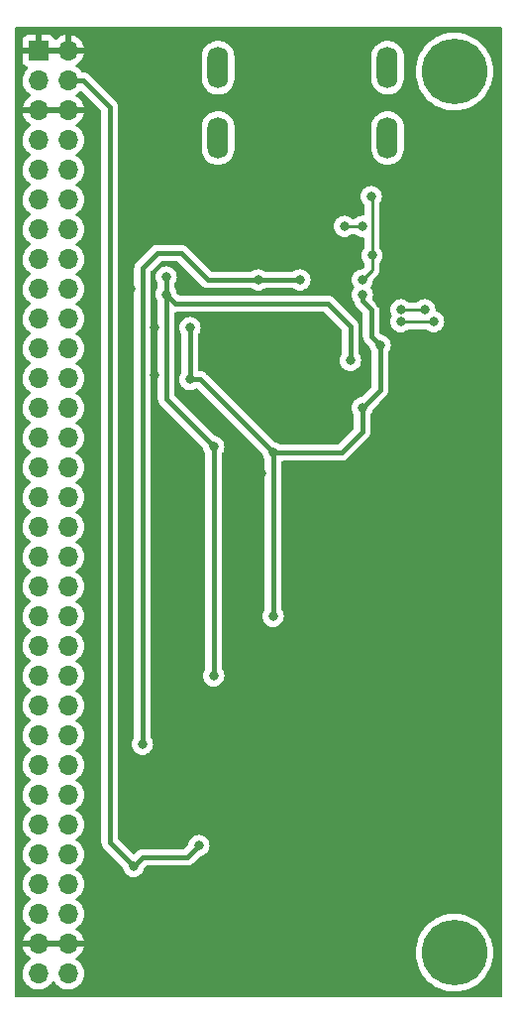
<source format=gbr>
%TF.GenerationSoftware,KiCad,Pcbnew,6.0.5*%
%TF.CreationDate,2022-05-15T12:23:51+02:00*%
%TF.ProjectId,hdmi brd,68646d69-2062-4726-942e-6b696361645f,rev?*%
%TF.SameCoordinates,Original*%
%TF.FileFunction,Copper,L2,Bot*%
%TF.FilePolarity,Positive*%
%FSLAX46Y46*%
G04 Gerber Fmt 4.6, Leading zero omitted, Abs format (unit mm)*
G04 Created by KiCad (PCBNEW 6.0.5) date 2022-05-15 12:23:51*
%MOMM*%
%LPD*%
G01*
G04 APERTURE LIST*
%TA.AperFunction,ComponentPad*%
%ADD10O,1.778000X3.556000*%
%TD*%
%TA.AperFunction,ComponentPad*%
%ADD11C,5.600000*%
%TD*%
%TA.AperFunction,ComponentPad*%
%ADD12R,1.700000X1.700000*%
%TD*%
%TA.AperFunction,ComponentPad*%
%ADD13O,1.700000X1.700000*%
%TD*%
%TA.AperFunction,ViaPad*%
%ADD14C,0.800000*%
%TD*%
%TA.AperFunction,Conductor*%
%ADD15C,0.400000*%
%TD*%
%TA.AperFunction,Conductor*%
%ADD16C,0.250000*%
%TD*%
G04 APERTURE END LIST*
D10*
%TO.P,J2,Z1*%
%TO.N,N/C*%
X106056000Y-55715000D03*
%TO.P,J2,Z4*%
X91556000Y-55715000D03*
%TO.P,J2,Z2*%
X106056000Y-49715000D03*
%TO.P,J2,Z3*%
X91556000Y-49715000D03*
%TD*%
D11*
%TO.P,H2,1*%
%TO.N,N/C*%
X111760000Y-125222000D03*
%TD*%
%TO.P,H1,1*%
%TO.N,N/C*%
X111760000Y-50038000D03*
%TD*%
D12*
%TO.P,J1,1,Pin_1*%
%TO.N,GND*%
X76200000Y-48260000D03*
D13*
%TO.P,J1,2,Pin_2*%
X78740000Y-48260000D03*
%TO.P,J1,3,Pin_3*%
%TO.N,3V3*%
X76200000Y-50800000D03*
%TO.P,J1,4,Pin_4*%
X78740000Y-50800000D03*
%TO.P,J1,5,Pin_5*%
%TO.N,GND*%
X76200000Y-53340000D03*
%TO.P,J1,6,Pin_6*%
X78740000Y-53340000D03*
%TO.P,J1,7,Pin_7*%
%TO.N,unconnected-(J1-Pad7)*%
X76200000Y-55880000D03*
%TO.P,J1,8,Pin_8*%
%TO.N,unconnected-(J1-Pad8)*%
X78740000Y-55880000D03*
%TO.P,J1,9,Pin_9*%
%TO.N,unconnected-(J1-Pad9)*%
X76200000Y-58420000D03*
%TO.P,J1,10,Pin_10*%
%TO.N,unconnected-(J1-Pad10)*%
X78740000Y-58420000D03*
%TO.P,J1,11,Pin_11*%
%TO.N,unconnected-(J1-Pad11)*%
X76200000Y-60960000D03*
%TO.P,J1,12,Pin_12*%
%TO.N,unconnected-(J1-Pad12)*%
X78740000Y-60960000D03*
%TO.P,J1,13,Pin_13*%
%TO.N,SDA*%
X76200000Y-63500000D03*
%TO.P,J1,14,Pin_14*%
%TO.N,SCL*%
X78740000Y-63500000D03*
%TO.P,J1,15,Pin_15*%
%TO.N,B6*%
X76200000Y-66040000D03*
%TO.P,J1,16,Pin_16*%
%TO.N,B7*%
X78740000Y-66040000D03*
%TO.P,J1,17,Pin_17*%
%TO.N,B4*%
X76200000Y-68580000D03*
%TO.P,J1,18,Pin_18*%
%TO.N,B5*%
X78740000Y-68580000D03*
%TO.P,J1,19,Pin_19*%
%TO.N,B2*%
X76200000Y-71120000D03*
%TO.P,J1,20,Pin_20*%
%TO.N,B3*%
X78740000Y-71120000D03*
%TO.P,J1,21,Pin_21*%
%TO.N,B0*%
X76200000Y-73660000D03*
%TO.P,J1,22,Pin_22*%
%TO.N,B1*%
X78740000Y-73660000D03*
%TO.P,J1,23,Pin_23*%
%TO.N,G6*%
X76200000Y-76200000D03*
%TO.P,J1,24,Pin_24*%
%TO.N,G7*%
X78740000Y-76200000D03*
%TO.P,J1,25,Pin_25*%
%TO.N,G4*%
X76200000Y-78740000D03*
%TO.P,J1,26,Pin_26*%
%TO.N,G5*%
X78740000Y-78740000D03*
%TO.P,J1,27,Pin_27*%
%TO.N,G2*%
X76200000Y-81280000D03*
%TO.P,J1,28,Pin_28*%
%TO.N,G3*%
X78740000Y-81280000D03*
%TO.P,J1,29,Pin_29*%
%TO.N,IDCK*%
X76200000Y-83820000D03*
%TO.P,J1,30,Pin_30*%
%TO.N,G1*%
X78740000Y-83820000D03*
%TO.P,J1,31,Pin_31*%
%TO.N,R7*%
X76200000Y-86360000D03*
%TO.P,J1,32,Pin_32*%
%TO.N,G0*%
X78740000Y-86360000D03*
%TO.P,J1,33,Pin_33*%
%TO.N,R5*%
X76200000Y-88900000D03*
%TO.P,J1,34,Pin_34*%
%TO.N,R6*%
X78740000Y-88900000D03*
%TO.P,J1,35,Pin_35*%
%TO.N,R3*%
X76200000Y-91440000D03*
%TO.P,J1,36,Pin_36*%
%TO.N,R4*%
X78740000Y-91440000D03*
%TO.P,J1,37,Pin_37*%
%TO.N,R1*%
X76200000Y-93980000D03*
%TO.P,J1,38,Pin_38*%
%TO.N,R2*%
X78740000Y-93980000D03*
%TO.P,J1,39,Pin_39*%
%TO.N,DE*%
X76200000Y-96520000D03*
%TO.P,J1,40,Pin_40*%
%TO.N,R0*%
X78740000Y-96520000D03*
%TO.P,J1,41,Pin_41*%
%TO.N,VSYNC*%
X76200000Y-99060000D03*
%TO.P,J1,42,Pin_42*%
%TO.N,HSYNC*%
X78740000Y-99060000D03*
%TO.P,J1,43,Pin_43*%
%TO.N,SD0*%
X76200000Y-101600000D03*
%TO.P,J1,44,Pin_44*%
%TO.N,MCLK*%
X78740000Y-101600000D03*
%TO.P,J1,45,Pin_45*%
%TO.N,SCK*%
X76200000Y-104140000D03*
%TO.P,J1,46,Pin_46*%
%TO.N,WS*%
X78740000Y-104140000D03*
%TO.P,J1,47,Pin_47*%
%TO.N,~RESET*%
X76200000Y-106680000D03*
%TO.P,J1,48,Pin_48*%
%TO.N,INT*%
X78740000Y-106680000D03*
%TO.P,J1,49,Pin_49*%
%TO.N,unconnected-(J1-Pad49)*%
X76200000Y-109220000D03*
%TO.P,J1,50,Pin_50*%
%TO.N,unconnected-(J1-Pad50)*%
X78740000Y-109220000D03*
%TO.P,J1,51,Pin_51*%
%TO.N,unconnected-(J1-Pad51)*%
X76200000Y-111760000D03*
%TO.P,J1,52,Pin_52*%
%TO.N,unconnected-(J1-Pad52)*%
X78740000Y-111760000D03*
%TO.P,J1,53,Pin_53*%
%TO.N,unconnected-(J1-Pad53)*%
X76200000Y-114300000D03*
%TO.P,J1,54,Pin_54*%
%TO.N,unconnected-(J1-Pad54)*%
X78740000Y-114300000D03*
%TO.P,J1,55,Pin_55*%
%TO.N,unconnected-(J1-Pad55)*%
X76200000Y-116840000D03*
%TO.P,J1,56,Pin_56*%
%TO.N,unconnected-(J1-Pad56)*%
X78740000Y-116840000D03*
%TO.P,J1,57,Pin_57*%
%TO.N,unconnected-(J1-Pad57)*%
X76200000Y-119380000D03*
%TO.P,J1,58,Pin_58*%
%TO.N,unconnected-(J1-Pad58)*%
X78740000Y-119380000D03*
%TO.P,J1,59,Pin_59*%
%TO.N,unconnected-(J1-Pad59)*%
X76200000Y-121920000D03*
%TO.P,J1,60,Pin_60*%
%TO.N,unconnected-(J1-Pad60)*%
X78740000Y-121920000D03*
%TO.P,J1,61,Pin_61*%
%TO.N,GND*%
X76200000Y-124460000D03*
%TO.P,J1,62,Pin_62*%
X78740000Y-124460000D03*
%TO.P,J1,63,Pin_63*%
%TO.N,VIN*%
X76200000Y-127000000D03*
%TO.P,J1,64,Pin_64*%
X78740000Y-127000000D03*
%TD*%
D14*
%TO.N,GND*%
X99568000Y-109728000D03*
X81788000Y-122174000D03*
X100838000Y-64770000D03*
X98552000Y-54102000D03*
X94234000Y-104140000D03*
X104902000Y-113030000D03*
X114300000Y-78486000D03*
X81788000Y-124460000D03*
X89916000Y-83566000D03*
X94742000Y-76708000D03*
X114300000Y-93472000D03*
X94488000Y-85090000D03*
X106426000Y-120904000D03*
X98298000Y-73152000D03*
X89154000Y-104394000D03*
X114300000Y-100330000D03*
X114300000Y-104394000D03*
X83566000Y-75946000D03*
X94742000Y-73152000D03*
X93271979Y-118470302D03*
X100838000Y-108458000D03*
X84328000Y-60198000D03*
X106680000Y-74930000D03*
X100330000Y-78232000D03*
X107188000Y-91186000D03*
X114300000Y-106426000D03*
X105156000Y-122428000D03*
X85344000Y-58928000D03*
X98552000Y-64769999D03*
X95504000Y-54102000D03*
X96774220Y-71226087D03*
X114300000Y-74422000D03*
X89207979Y-118470302D03*
X102362000Y-54102000D03*
X101600000Y-68580000D03*
X114300000Y-102362000D03*
X94742000Y-74930000D03*
X81788000Y-120142000D03*
X83820000Y-124460000D03*
X114300000Y-89408000D03*
X104140000Y-75438000D03*
X114300000Y-91440000D03*
X92964000Y-105410000D03*
X81788000Y-118110000D03*
X108458000Y-94234000D03*
X87630000Y-82296000D03*
X86106000Y-75946000D03*
X107188000Y-95250000D03*
X101849701Y-81021701D03*
X96520000Y-76708000D03*
X105918000Y-112014000D03*
X85344000Y-56388000D03*
X83566000Y-83566000D03*
X104648000Y-81534000D03*
X94996000Y-64770000D03*
X97028000Y-54102000D03*
X86106000Y-71882000D03*
X114300000Y-80518000D03*
X103886000Y-123698000D03*
X88138000Y-107188000D03*
X114300000Y-76454000D03*
X107188000Y-93218000D03*
X98298000Y-74930000D03*
X108458000Y-90170000D03*
X107188000Y-89154000D03*
X93531668Y-71205505D03*
X84328000Y-55118000D03*
X95250000Y-84328000D03*
X91239979Y-118470302D03*
X84328000Y-57658000D03*
X105410000Y-69850000D03*
X108458000Y-92202000D03*
X114300000Y-87376000D03*
X92964000Y-102870000D03*
X88392000Y-83566000D03*
X99568000Y-107188000D03*
X100330000Y-76200000D03*
X96520000Y-74930000D03*
X96520000Y-73152000D03*
X108458000Y-88138000D03*
X86868000Y-83566000D03*
X84074000Y-68580000D03*
X98298000Y-76708000D03*
X99587427Y-71197859D03*
%TO.N,3V3*%
X84328000Y-117856000D03*
X89916000Y-116078000D03*
%TO.N,/DSCL*%
X103886000Y-63246000D03*
X102362000Y-63246000D03*
%TO.N,/HPD*%
X104716158Y-65717842D03*
X104648000Y-60706000D03*
X103886000Y-67818000D03*
%TO.N,INT*%
X107188000Y-70358000D03*
X109220000Y-70358000D03*
%TO.N,~RESET*%
X109982000Y-71374000D03*
X107183701Y-71369701D03*
%TO.N,AVCC12_1V2*%
X98552000Y-67818000D03*
X94996000Y-67812983D03*
X85090000Y-107442000D03*
%TO.N,CVCC12_1V2*%
X96266000Y-96520000D03*
X103886000Y-78740000D03*
X105410000Y-73406000D03*
X89154137Y-76317547D03*
X96266000Y-82550000D03*
X103886000Y-69088000D03*
X89154000Y-71882000D03*
%TO.N,IOVCC_3V3*%
X91186000Y-82042000D03*
X102875126Y-74680909D03*
X87122000Y-69050500D03*
X91186000Y-101600000D03*
X87122000Y-67564000D03*
%TD*%
D15*
%TO.N,3V3*%
X82296000Y-115824000D02*
X82296000Y-53086000D01*
X85090000Y-117094000D02*
X88900000Y-117094000D01*
X84328000Y-117856000D02*
X82296000Y-115824000D01*
X80010000Y-50800000D02*
X78740000Y-50800000D01*
X82296000Y-53086000D02*
X80010000Y-50800000D01*
X84328000Y-117856000D02*
X85090000Y-117094000D01*
X88900000Y-117094000D02*
X89916000Y-116078000D01*
D16*
%TO.N,/DSCL*%
X102362000Y-63246000D02*
X103886000Y-63246000D01*
%TO.N,/HPD*%
X104716158Y-66987842D02*
X103886000Y-67818000D01*
X104648000Y-60706000D02*
X104716158Y-60774158D01*
X104716158Y-60774158D02*
X104716158Y-66987842D01*
%TO.N,INT*%
X109220000Y-70358000D02*
X107188000Y-70358000D01*
%TO.N,~RESET*%
X107183701Y-71369701D02*
X107188000Y-71374000D01*
X107188000Y-71374000D02*
X109982000Y-71374000D01*
D15*
%TO.N,AVCC12_1V2*%
X95001017Y-67818000D02*
X98552000Y-67818000D01*
X88392000Y-65532000D02*
X90672983Y-67812983D01*
X85090000Y-107442000D02*
X85090000Y-66802000D01*
X85090000Y-66802000D02*
X86360000Y-65532000D01*
D16*
X94996000Y-67812983D02*
X95001017Y-67818000D01*
D15*
X90672983Y-67812983D02*
X94996000Y-67812983D01*
X86360000Y-65532000D02*
X88392000Y-65532000D01*
%TO.N,CVCC12_1V2*%
X96266000Y-82550000D02*
X96266000Y-96520000D01*
D16*
X89154000Y-76317410D02*
X89154137Y-76317547D01*
D15*
X103886000Y-69600307D02*
X103886000Y-69088000D01*
X90033547Y-76317547D02*
X96266000Y-82550000D01*
X105410000Y-73406000D02*
X104648000Y-72644000D01*
X102108000Y-82550000D02*
X96266000Y-82550000D01*
X89154137Y-76317547D02*
X90033547Y-76317547D01*
X103886000Y-78740000D02*
X103886000Y-80772000D01*
X104648000Y-72644000D02*
X104648000Y-70362307D01*
X105410000Y-77216000D02*
X105410000Y-73406000D01*
X89154000Y-71882000D02*
X89154000Y-76317410D01*
X103886000Y-80772000D02*
X102108000Y-82550000D01*
X104648000Y-70362307D02*
X103886000Y-69600307D01*
X103886000Y-78740000D02*
X105410000Y-77216000D01*
%TO.N,IOVCC_3V3*%
X87122000Y-69050500D02*
X87122000Y-67564000D01*
X87122000Y-69050500D02*
X87921500Y-69850000D01*
X87921500Y-69850000D02*
X100937540Y-69850000D01*
X100937540Y-69850000D02*
X102870000Y-71782460D01*
X87122000Y-69050500D02*
X87122000Y-77978000D01*
X102870000Y-74675783D02*
X102875126Y-74680909D01*
X91186000Y-101600000D02*
X91186000Y-82042000D01*
X102870000Y-71782460D02*
X102870000Y-74675783D01*
X87122000Y-77978000D02*
X91186000Y-82042000D01*
%TD*%
%TA.AperFunction,Conductor*%
%TO.N,GND*%
G36*
X115765621Y-46248502D02*
G01*
X115812114Y-46302158D01*
X115823500Y-46354500D01*
X115823500Y-128905500D01*
X115803498Y-128973621D01*
X115749842Y-129020114D01*
X115697500Y-129031500D01*
X74294500Y-129031500D01*
X74226379Y-129011498D01*
X74179886Y-128957842D01*
X74168500Y-128905500D01*
X74168500Y-126966695D01*
X74837251Y-126966695D01*
X74837548Y-126971848D01*
X74837548Y-126971851D01*
X74843011Y-127066590D01*
X74850110Y-127189715D01*
X74851247Y-127194761D01*
X74851248Y-127194767D01*
X74871119Y-127282939D01*
X74899222Y-127407639D01*
X74983266Y-127614616D01*
X75034019Y-127697438D01*
X75097291Y-127800688D01*
X75099987Y-127805088D01*
X75246250Y-127973938D01*
X75418126Y-128116632D01*
X75611000Y-128229338D01*
X75819692Y-128309030D01*
X75824760Y-128310061D01*
X75824763Y-128310062D01*
X75932017Y-128331883D01*
X76038597Y-128353567D01*
X76043772Y-128353757D01*
X76043774Y-128353757D01*
X76256673Y-128361564D01*
X76256677Y-128361564D01*
X76261837Y-128361753D01*
X76266957Y-128361097D01*
X76266959Y-128361097D01*
X76478288Y-128334025D01*
X76478289Y-128334025D01*
X76483416Y-128333368D01*
X76488366Y-128331883D01*
X76692429Y-128270661D01*
X76692434Y-128270659D01*
X76697384Y-128269174D01*
X76897994Y-128170896D01*
X77079860Y-128041173D01*
X77238096Y-127883489D01*
X77297594Y-127800689D01*
X77368453Y-127702077D01*
X77369776Y-127703028D01*
X77416645Y-127659857D01*
X77486580Y-127647625D01*
X77552026Y-127675144D01*
X77579875Y-127706994D01*
X77639987Y-127805088D01*
X77786250Y-127973938D01*
X77958126Y-128116632D01*
X78151000Y-128229338D01*
X78359692Y-128309030D01*
X78364760Y-128310061D01*
X78364763Y-128310062D01*
X78472017Y-128331883D01*
X78578597Y-128353567D01*
X78583772Y-128353757D01*
X78583774Y-128353757D01*
X78796673Y-128361564D01*
X78796677Y-128361564D01*
X78801837Y-128361753D01*
X78806957Y-128361097D01*
X78806959Y-128361097D01*
X79018288Y-128334025D01*
X79018289Y-128334025D01*
X79023416Y-128333368D01*
X79028366Y-128331883D01*
X79232429Y-128270661D01*
X79232434Y-128270659D01*
X79237384Y-128269174D01*
X79437994Y-128170896D01*
X79619860Y-128041173D01*
X79778096Y-127883489D01*
X79837594Y-127800689D01*
X79905435Y-127706277D01*
X79908453Y-127702077D01*
X79929320Y-127659857D01*
X80005136Y-127506453D01*
X80005137Y-127506451D01*
X80007430Y-127501811D01*
X80072370Y-127288069D01*
X80101529Y-127066590D01*
X80103156Y-127000000D01*
X80084852Y-126777361D01*
X80030431Y-126560702D01*
X79941354Y-126355840D01*
X79884437Y-126267859D01*
X79822822Y-126172617D01*
X79822820Y-126172614D01*
X79820014Y-126168277D01*
X79669670Y-126003051D01*
X79665619Y-125999852D01*
X79665615Y-125999848D01*
X79498414Y-125867800D01*
X79498410Y-125867798D01*
X79494359Y-125864598D01*
X79452569Y-125841529D01*
X79402598Y-125791097D01*
X79387826Y-125721654D01*
X79412942Y-125655248D01*
X79440294Y-125628641D01*
X79615328Y-125503792D01*
X79623200Y-125497139D01*
X79774052Y-125346812D01*
X79780730Y-125338965D01*
X79873088Y-125210434D01*
X108446661Y-125210434D01*
X108464792Y-125568340D01*
X108465329Y-125571695D01*
X108465330Y-125571701D01*
X108483008Y-125682069D01*
X108521470Y-125922195D01*
X108616033Y-126267859D01*
X108747374Y-126601288D01*
X108913957Y-126918582D01*
X108915858Y-126921411D01*
X108915864Y-126921421D01*
X109015644Y-127069908D01*
X109113834Y-127216029D01*
X109344665Y-127490150D01*
X109603751Y-127737738D01*
X109888061Y-127955897D01*
X109917733Y-127973938D01*
X110191355Y-128140303D01*
X110191360Y-128140306D01*
X110194270Y-128142075D01*
X110197358Y-128143521D01*
X110197357Y-128143521D01*
X110515710Y-128292649D01*
X110515720Y-128292653D01*
X110518794Y-128294093D01*
X110522012Y-128295195D01*
X110522015Y-128295196D01*
X110854615Y-128409071D01*
X110854623Y-128409073D01*
X110857838Y-128410174D01*
X111207435Y-128488959D01*
X111259728Y-128494917D01*
X111560114Y-128529142D01*
X111560122Y-128529142D01*
X111563497Y-128529527D01*
X111566901Y-128529545D01*
X111566904Y-128529545D01*
X111761227Y-128530562D01*
X111921857Y-128531403D01*
X111925243Y-128531053D01*
X111925245Y-128531053D01*
X112274932Y-128494917D01*
X112274941Y-128494916D01*
X112278324Y-128494566D01*
X112281657Y-128493852D01*
X112281660Y-128493851D01*
X112454186Y-128456864D01*
X112628727Y-128419446D01*
X112968968Y-128306922D01*
X113295066Y-128158311D01*
X113389052Y-128102506D01*
X113600262Y-127977099D01*
X113600267Y-127977096D01*
X113603207Y-127975350D01*
X113610292Y-127970031D01*
X113835833Y-127800689D01*
X113889786Y-127760180D01*
X114151451Y-127515319D01*
X114385140Y-127243630D01*
X114506816Y-127066590D01*
X114586190Y-126951101D01*
X114586195Y-126951094D01*
X114588120Y-126948292D01*
X114589732Y-126945298D01*
X114589737Y-126945290D01*
X114756395Y-126635772D01*
X114758017Y-126632760D01*
X114871700Y-126352792D01*
X114891562Y-126303877D01*
X114891564Y-126303872D01*
X114892842Y-126300724D01*
X114893888Y-126297054D01*
X114923527Y-126193006D01*
X114991020Y-125956070D01*
X115006656Y-125864598D01*
X115050829Y-125606175D01*
X115050829Y-125606173D01*
X115051401Y-125602828D01*
X115053231Y-125572916D01*
X115073168Y-125246928D01*
X115073278Y-125245131D01*
X115073359Y-125222000D01*
X115053979Y-124864159D01*
X114996066Y-124510505D01*
X114900297Y-124165173D01*
X114897243Y-124157497D01*
X114769052Y-123835369D01*
X114767793Y-123832205D01*
X114657955Y-123624757D01*
X114601702Y-123518513D01*
X114601698Y-123518506D01*
X114600103Y-123515494D01*
X114399190Y-123218746D01*
X114325126Y-123131412D01*
X114281333Y-123079774D01*
X114167403Y-122945432D01*
X113907454Y-122698750D01*
X113622384Y-122481585D01*
X113619472Y-122479828D01*
X113619467Y-122479825D01*
X113318443Y-122298236D01*
X113318437Y-122298233D01*
X113315528Y-122296478D01*
X112990475Y-122145593D01*
X112820751Y-122088145D01*
X112654255Y-122031789D01*
X112654250Y-122031788D01*
X112651028Y-122030697D01*
X112436965Y-121983240D01*
X112304493Y-121953871D01*
X112304487Y-121953870D01*
X112301158Y-121953132D01*
X112297769Y-121952758D01*
X112297764Y-121952757D01*
X111948338Y-121914180D01*
X111948333Y-121914180D01*
X111944957Y-121913807D01*
X111941558Y-121913801D01*
X111941557Y-121913801D01*
X111772080Y-121913505D01*
X111586592Y-121913182D01*
X111473413Y-121925277D01*
X111233639Y-121950901D01*
X111233631Y-121950902D01*
X111230256Y-121951263D01*
X110880117Y-122027606D01*
X110540271Y-122141317D01*
X110537178Y-122142739D01*
X110537177Y-122142740D01*
X110530974Y-122145593D01*
X110214694Y-122291066D01*
X110211760Y-122292822D01*
X110211758Y-122292823D01*
X110019846Y-122407680D01*
X109907193Y-122475101D01*
X109904467Y-122477163D01*
X109904465Y-122477164D01*
X109784855Y-122567625D01*
X109621367Y-122691270D01*
X109618882Y-122693612D01*
X109618877Y-122693616D01*
X109521626Y-122785261D01*
X109360559Y-122937043D01*
X109127819Y-123209546D01*
X109125900Y-123212358D01*
X109125897Y-123212363D01*
X109088649Y-123266967D01*
X108925871Y-123505591D01*
X108757077Y-123821714D01*
X108623411Y-124154218D01*
X108622491Y-124157492D01*
X108622489Y-124157497D01*
X108608856Y-124206000D01*
X108526437Y-124499213D01*
X108467290Y-124852663D01*
X108446661Y-125210434D01*
X79873088Y-125210434D01*
X79905003Y-125166020D01*
X79910313Y-125157183D01*
X80004670Y-124966267D01*
X80008469Y-124956672D01*
X80070377Y-124752910D01*
X80072555Y-124742837D01*
X80073986Y-124731962D01*
X80071775Y-124717778D01*
X80058617Y-124714000D01*
X74883225Y-124714000D01*
X74869694Y-124717973D01*
X74868257Y-124727966D01*
X74898565Y-124862446D01*
X74901645Y-124872275D01*
X74981770Y-125069603D01*
X74986413Y-125078794D01*
X75097694Y-125260388D01*
X75103777Y-125268699D01*
X75243213Y-125429667D01*
X75250580Y-125436883D01*
X75414434Y-125572916D01*
X75422881Y-125578831D01*
X75491969Y-125619203D01*
X75540693Y-125670842D01*
X75553764Y-125740625D01*
X75527033Y-125806396D01*
X75486584Y-125839752D01*
X75473607Y-125846507D01*
X75469474Y-125849610D01*
X75469471Y-125849612D01*
X75323318Y-125959347D01*
X75294965Y-125980635D01*
X75140629Y-126142138D01*
X75014743Y-126326680D01*
X74920688Y-126529305D01*
X74860989Y-126744570D01*
X74837251Y-126966695D01*
X74168500Y-126966695D01*
X74168500Y-121886695D01*
X74837251Y-121886695D01*
X74837548Y-121891848D01*
X74837548Y-121891851D01*
X74843011Y-121986590D01*
X74850110Y-122109715D01*
X74851247Y-122114761D01*
X74851248Y-122114767D01*
X74858519Y-122147030D01*
X74899222Y-122327639D01*
X74937461Y-122421811D01*
X74961733Y-122481585D01*
X74983266Y-122534616D01*
X75034019Y-122617438D01*
X75097291Y-122720688D01*
X75099987Y-122725088D01*
X75246250Y-122893938D01*
X75418126Y-123036632D01*
X75491955Y-123079774D01*
X75540679Y-123131412D01*
X75553750Y-123201195D01*
X75527019Y-123266967D01*
X75486562Y-123300327D01*
X75478457Y-123304546D01*
X75469738Y-123310036D01*
X75299433Y-123437905D01*
X75291726Y-123444748D01*
X75144590Y-123598717D01*
X75138104Y-123606727D01*
X75018098Y-123782649D01*
X75013000Y-123791623D01*
X74923338Y-123984783D01*
X74919775Y-123994470D01*
X74864389Y-124194183D01*
X74865912Y-124202607D01*
X74878292Y-124206000D01*
X80058344Y-124206000D01*
X80071875Y-124202027D01*
X80073180Y-124192947D01*
X80031214Y-124025875D01*
X80027894Y-124016124D01*
X79942972Y-123820814D01*
X79938105Y-123811739D01*
X79822426Y-123632926D01*
X79816136Y-123624757D01*
X79672806Y-123467240D01*
X79665273Y-123460215D01*
X79498139Y-123328222D01*
X79489556Y-123322520D01*
X79452602Y-123302120D01*
X79402631Y-123251687D01*
X79387859Y-123182245D01*
X79412975Y-123115839D01*
X79440327Y-123089232D01*
X79463797Y-123072491D01*
X79619860Y-122961173D01*
X79638010Y-122943087D01*
X79774435Y-122807137D01*
X79778096Y-122803489D01*
X79837594Y-122720689D01*
X79905435Y-122626277D01*
X79908453Y-122622077D01*
X79929320Y-122579857D01*
X80005136Y-122426453D01*
X80005137Y-122426451D01*
X80007430Y-122421811D01*
X80046620Y-122292823D01*
X80070865Y-122213023D01*
X80070865Y-122213021D01*
X80072370Y-122208069D01*
X80101529Y-121986590D01*
X80101611Y-121983240D01*
X80103074Y-121923365D01*
X80103074Y-121923361D01*
X80103156Y-121920000D01*
X80084852Y-121697361D01*
X80030431Y-121480702D01*
X79941354Y-121275840D01*
X79820014Y-121088277D01*
X79669670Y-120923051D01*
X79665619Y-120919852D01*
X79665615Y-120919848D01*
X79498414Y-120787800D01*
X79498410Y-120787798D01*
X79494359Y-120784598D01*
X79453053Y-120761796D01*
X79403084Y-120711364D01*
X79388312Y-120641921D01*
X79413428Y-120575516D01*
X79440780Y-120548909D01*
X79484603Y-120517650D01*
X79619860Y-120421173D01*
X79778096Y-120263489D01*
X79837594Y-120180689D01*
X79905435Y-120086277D01*
X79908453Y-120082077D01*
X79929320Y-120039857D01*
X80005136Y-119886453D01*
X80005137Y-119886451D01*
X80007430Y-119881811D01*
X80072370Y-119668069D01*
X80101529Y-119446590D01*
X80103156Y-119380000D01*
X80084852Y-119157361D01*
X80030431Y-118940702D01*
X79941354Y-118735840D01*
X79820014Y-118548277D01*
X79669670Y-118383051D01*
X79665619Y-118379852D01*
X79665615Y-118379848D01*
X79498414Y-118247800D01*
X79498410Y-118247798D01*
X79494359Y-118244598D01*
X79453053Y-118221796D01*
X79403084Y-118171364D01*
X79388312Y-118101921D01*
X79413428Y-118035516D01*
X79440780Y-118008909D01*
X79484603Y-117977650D01*
X79619860Y-117881173D01*
X79778096Y-117723489D01*
X79837594Y-117640689D01*
X79905435Y-117546277D01*
X79908453Y-117542077D01*
X79929320Y-117499857D01*
X80005136Y-117346453D01*
X80005137Y-117346451D01*
X80007430Y-117341811D01*
X80072370Y-117128069D01*
X80101529Y-116906590D01*
X80102445Y-116869118D01*
X80103074Y-116843365D01*
X80103074Y-116843361D01*
X80103156Y-116840000D01*
X80084852Y-116617361D01*
X80030431Y-116400702D01*
X79941354Y-116195840D01*
X79874058Y-116091816D01*
X79822822Y-116012617D01*
X79822820Y-116012614D01*
X79820014Y-116008277D01*
X79669670Y-115843051D01*
X79665619Y-115839852D01*
X79665615Y-115839848D01*
X79498414Y-115707800D01*
X79498410Y-115707798D01*
X79494359Y-115704598D01*
X79453053Y-115681796D01*
X79403084Y-115631364D01*
X79388312Y-115561921D01*
X79413428Y-115495516D01*
X79440780Y-115468909D01*
X79484603Y-115437650D01*
X79619860Y-115341173D01*
X79670447Y-115290763D01*
X79701209Y-115260107D01*
X79778096Y-115183489D01*
X79837594Y-115100689D01*
X79905435Y-115006277D01*
X79908453Y-115002077D01*
X79929320Y-114959857D01*
X80005136Y-114806453D01*
X80005137Y-114806451D01*
X80007430Y-114801811D01*
X80072370Y-114588069D01*
X80101529Y-114366590D01*
X80103156Y-114300000D01*
X80084852Y-114077361D01*
X80030431Y-113860702D01*
X79941354Y-113655840D01*
X79820014Y-113468277D01*
X79669670Y-113303051D01*
X79665619Y-113299852D01*
X79665615Y-113299848D01*
X79498414Y-113167800D01*
X79498410Y-113167798D01*
X79494359Y-113164598D01*
X79453053Y-113141796D01*
X79403084Y-113091364D01*
X79388312Y-113021921D01*
X79413428Y-112955516D01*
X79440780Y-112928909D01*
X79484603Y-112897650D01*
X79619860Y-112801173D01*
X79778096Y-112643489D01*
X79837594Y-112560689D01*
X79905435Y-112466277D01*
X79908453Y-112462077D01*
X79929320Y-112419857D01*
X80005136Y-112266453D01*
X80005137Y-112266451D01*
X80007430Y-112261811D01*
X80072370Y-112048069D01*
X80101529Y-111826590D01*
X80103156Y-111760000D01*
X80084852Y-111537361D01*
X80030431Y-111320702D01*
X79941354Y-111115840D01*
X79820014Y-110928277D01*
X79669670Y-110763051D01*
X79665619Y-110759852D01*
X79665615Y-110759848D01*
X79498414Y-110627800D01*
X79498410Y-110627798D01*
X79494359Y-110624598D01*
X79453053Y-110601796D01*
X79403084Y-110551364D01*
X79388312Y-110481921D01*
X79413428Y-110415516D01*
X79440780Y-110388909D01*
X79484603Y-110357650D01*
X79619860Y-110261173D01*
X79778096Y-110103489D01*
X79837594Y-110020689D01*
X79905435Y-109926277D01*
X79908453Y-109922077D01*
X79929320Y-109879857D01*
X80005136Y-109726453D01*
X80005137Y-109726451D01*
X80007430Y-109721811D01*
X80072370Y-109508069D01*
X80101529Y-109286590D01*
X80103156Y-109220000D01*
X80084852Y-108997361D01*
X80030431Y-108780702D01*
X79941354Y-108575840D01*
X79820014Y-108388277D01*
X79669670Y-108223051D01*
X79665619Y-108219852D01*
X79665615Y-108219848D01*
X79498414Y-108087800D01*
X79498410Y-108087798D01*
X79494359Y-108084598D01*
X79453053Y-108061796D01*
X79403084Y-108011364D01*
X79388312Y-107941921D01*
X79413428Y-107875516D01*
X79440780Y-107848909D01*
X79499154Y-107807271D01*
X79619860Y-107721173D01*
X79778096Y-107563489D01*
X79837594Y-107480689D01*
X79905435Y-107386277D01*
X79908453Y-107382077D01*
X79929320Y-107339857D01*
X80005136Y-107186453D01*
X80005137Y-107186451D01*
X80007430Y-107181811D01*
X80072370Y-106968069D01*
X80101529Y-106746590D01*
X80103156Y-106680000D01*
X80084852Y-106457361D01*
X80030431Y-106240702D01*
X79941354Y-106035840D01*
X79820014Y-105848277D01*
X79669670Y-105683051D01*
X79665619Y-105679852D01*
X79665615Y-105679848D01*
X79498414Y-105547800D01*
X79498410Y-105547798D01*
X79494359Y-105544598D01*
X79453053Y-105521796D01*
X79403084Y-105471364D01*
X79388312Y-105401921D01*
X79413428Y-105335516D01*
X79440780Y-105308909D01*
X79484603Y-105277650D01*
X79619860Y-105181173D01*
X79778096Y-105023489D01*
X79837594Y-104940689D01*
X79905435Y-104846277D01*
X79908453Y-104842077D01*
X79929320Y-104799857D01*
X80005136Y-104646453D01*
X80005137Y-104646451D01*
X80007430Y-104641811D01*
X80072370Y-104428069D01*
X80101529Y-104206590D01*
X80103156Y-104140000D01*
X80084852Y-103917361D01*
X80030431Y-103700702D01*
X79941354Y-103495840D01*
X79820014Y-103308277D01*
X79669670Y-103143051D01*
X79665619Y-103139852D01*
X79665615Y-103139848D01*
X79498414Y-103007800D01*
X79498410Y-103007798D01*
X79494359Y-103004598D01*
X79453053Y-102981796D01*
X79403084Y-102931364D01*
X79388312Y-102861921D01*
X79413428Y-102795516D01*
X79440780Y-102768909D01*
X79484603Y-102737650D01*
X79619860Y-102641173D01*
X79778096Y-102483489D01*
X79787670Y-102470166D01*
X79905435Y-102306277D01*
X79908453Y-102302077D01*
X79918006Y-102282749D01*
X80005136Y-102106453D01*
X80005137Y-102106451D01*
X80007430Y-102101811D01*
X80072370Y-101888069D01*
X80101529Y-101666590D01*
X80103156Y-101600000D01*
X80084852Y-101377361D01*
X80030431Y-101160702D01*
X79941354Y-100955840D01*
X79820014Y-100768277D01*
X79669670Y-100603051D01*
X79665619Y-100599852D01*
X79665615Y-100599848D01*
X79498414Y-100467800D01*
X79498410Y-100467798D01*
X79494359Y-100464598D01*
X79453053Y-100441796D01*
X79403084Y-100391364D01*
X79388312Y-100321921D01*
X79413428Y-100255516D01*
X79440780Y-100228909D01*
X79484603Y-100197650D01*
X79619860Y-100101173D01*
X79778096Y-99943489D01*
X79837594Y-99860689D01*
X79905435Y-99766277D01*
X79908453Y-99762077D01*
X79929320Y-99719857D01*
X80005136Y-99566453D01*
X80005137Y-99566451D01*
X80007430Y-99561811D01*
X80072370Y-99348069D01*
X80101529Y-99126590D01*
X80103156Y-99060000D01*
X80084852Y-98837361D01*
X80030431Y-98620702D01*
X79941354Y-98415840D01*
X79820014Y-98228277D01*
X79669670Y-98063051D01*
X79665619Y-98059852D01*
X79665615Y-98059848D01*
X79498414Y-97927800D01*
X79498410Y-97927798D01*
X79494359Y-97924598D01*
X79453053Y-97901796D01*
X79403084Y-97851364D01*
X79388312Y-97781921D01*
X79413428Y-97715516D01*
X79440780Y-97688909D01*
X79484603Y-97657650D01*
X79619860Y-97561173D01*
X79778096Y-97403489D01*
X79787670Y-97390166D01*
X79905435Y-97226277D01*
X79908453Y-97222077D01*
X79918006Y-97202749D01*
X80005136Y-97026453D01*
X80005137Y-97026451D01*
X80007430Y-97021811D01*
X80072370Y-96808069D01*
X80101529Y-96586590D01*
X80103156Y-96520000D01*
X80084852Y-96297361D01*
X80030431Y-96080702D01*
X79941354Y-95875840D01*
X79820014Y-95688277D01*
X79669670Y-95523051D01*
X79665619Y-95519852D01*
X79665615Y-95519848D01*
X79498414Y-95387800D01*
X79498410Y-95387798D01*
X79494359Y-95384598D01*
X79453053Y-95361796D01*
X79403084Y-95311364D01*
X79388312Y-95241921D01*
X79413428Y-95175516D01*
X79440780Y-95148909D01*
X79484603Y-95117650D01*
X79619860Y-95021173D01*
X79778096Y-94863489D01*
X79837594Y-94780689D01*
X79905435Y-94686277D01*
X79908453Y-94682077D01*
X79929320Y-94639857D01*
X80005136Y-94486453D01*
X80005137Y-94486451D01*
X80007430Y-94481811D01*
X80072370Y-94268069D01*
X80101529Y-94046590D01*
X80103156Y-93980000D01*
X80084852Y-93757361D01*
X80030431Y-93540702D01*
X79941354Y-93335840D01*
X79820014Y-93148277D01*
X79669670Y-92983051D01*
X79665619Y-92979852D01*
X79665615Y-92979848D01*
X79498414Y-92847800D01*
X79498410Y-92847798D01*
X79494359Y-92844598D01*
X79453053Y-92821796D01*
X79403084Y-92771364D01*
X79388312Y-92701921D01*
X79413428Y-92635516D01*
X79440780Y-92608909D01*
X79484603Y-92577650D01*
X79619860Y-92481173D01*
X79778096Y-92323489D01*
X79837594Y-92240689D01*
X79905435Y-92146277D01*
X79908453Y-92142077D01*
X79929320Y-92099857D01*
X80005136Y-91946453D01*
X80005137Y-91946451D01*
X80007430Y-91941811D01*
X80072370Y-91728069D01*
X80101529Y-91506590D01*
X80103156Y-91440000D01*
X80084852Y-91217361D01*
X80030431Y-91000702D01*
X79941354Y-90795840D01*
X79820014Y-90608277D01*
X79669670Y-90443051D01*
X79665619Y-90439852D01*
X79665615Y-90439848D01*
X79498414Y-90307800D01*
X79498410Y-90307798D01*
X79494359Y-90304598D01*
X79453053Y-90281796D01*
X79403084Y-90231364D01*
X79388312Y-90161921D01*
X79413428Y-90095516D01*
X79440780Y-90068909D01*
X79484603Y-90037650D01*
X79619860Y-89941173D01*
X79778096Y-89783489D01*
X79837594Y-89700689D01*
X79905435Y-89606277D01*
X79908453Y-89602077D01*
X79929320Y-89559857D01*
X80005136Y-89406453D01*
X80005137Y-89406451D01*
X80007430Y-89401811D01*
X80072370Y-89188069D01*
X80101529Y-88966590D01*
X80103156Y-88900000D01*
X80084852Y-88677361D01*
X80030431Y-88460702D01*
X79941354Y-88255840D01*
X79820014Y-88068277D01*
X79669670Y-87903051D01*
X79665619Y-87899852D01*
X79665615Y-87899848D01*
X79498414Y-87767800D01*
X79498410Y-87767798D01*
X79494359Y-87764598D01*
X79453053Y-87741796D01*
X79403084Y-87691364D01*
X79388312Y-87621921D01*
X79413428Y-87555516D01*
X79440780Y-87528909D01*
X79484603Y-87497650D01*
X79619860Y-87401173D01*
X79778096Y-87243489D01*
X79837594Y-87160689D01*
X79905435Y-87066277D01*
X79908453Y-87062077D01*
X79929320Y-87019857D01*
X80005136Y-86866453D01*
X80005137Y-86866451D01*
X80007430Y-86861811D01*
X80072370Y-86648069D01*
X80101529Y-86426590D01*
X80103156Y-86360000D01*
X80084852Y-86137361D01*
X80030431Y-85920702D01*
X79941354Y-85715840D01*
X79820014Y-85528277D01*
X79669670Y-85363051D01*
X79665619Y-85359852D01*
X79665615Y-85359848D01*
X79498414Y-85227800D01*
X79498410Y-85227798D01*
X79494359Y-85224598D01*
X79453053Y-85201796D01*
X79403084Y-85151364D01*
X79388312Y-85081921D01*
X79413428Y-85015516D01*
X79440780Y-84988909D01*
X79484603Y-84957650D01*
X79619860Y-84861173D01*
X79778096Y-84703489D01*
X79837594Y-84620689D01*
X79905435Y-84526277D01*
X79908453Y-84522077D01*
X79929320Y-84479857D01*
X80005136Y-84326453D01*
X80005137Y-84326451D01*
X80007430Y-84321811D01*
X80072370Y-84108069D01*
X80101529Y-83886590D01*
X80103156Y-83820000D01*
X80084852Y-83597361D01*
X80030431Y-83380702D01*
X79941354Y-83175840D01*
X79820014Y-82988277D01*
X79669670Y-82823051D01*
X79665619Y-82819852D01*
X79665615Y-82819848D01*
X79498414Y-82687800D01*
X79498410Y-82687798D01*
X79494359Y-82684598D01*
X79453053Y-82661796D01*
X79403084Y-82611364D01*
X79388312Y-82541921D01*
X79413428Y-82475516D01*
X79440780Y-82448909D01*
X79499154Y-82407271D01*
X79619860Y-82321173D01*
X79778096Y-82163489D01*
X79794360Y-82140856D01*
X79905435Y-81986277D01*
X79908453Y-81982077D01*
X79929320Y-81939857D01*
X80005136Y-81786453D01*
X80005137Y-81786451D01*
X80007430Y-81781811D01*
X80072370Y-81568069D01*
X80101529Y-81346590D01*
X80101611Y-81343240D01*
X80103074Y-81283365D01*
X80103074Y-81283361D01*
X80103156Y-81280000D01*
X80084852Y-81057361D01*
X80030431Y-80840702D01*
X79941354Y-80635840D01*
X79901906Y-80574862D01*
X79822822Y-80452617D01*
X79822820Y-80452614D01*
X79820014Y-80448277D01*
X79669670Y-80283051D01*
X79665619Y-80279852D01*
X79665615Y-80279848D01*
X79498414Y-80147800D01*
X79498410Y-80147798D01*
X79494359Y-80144598D01*
X79453053Y-80121796D01*
X79403084Y-80071364D01*
X79388312Y-80001921D01*
X79413428Y-79935516D01*
X79440780Y-79908909D01*
X79484603Y-79877650D01*
X79619860Y-79781173D01*
X79778096Y-79623489D01*
X79837594Y-79540689D01*
X79905435Y-79446277D01*
X79908453Y-79442077D01*
X79929320Y-79399857D01*
X80005136Y-79246453D01*
X80005137Y-79246451D01*
X80007430Y-79241811D01*
X80072370Y-79028069D01*
X80101529Y-78806590D01*
X80103156Y-78740000D01*
X80084852Y-78517361D01*
X80030431Y-78300702D01*
X79941354Y-78095840D01*
X79849189Y-77953375D01*
X79822822Y-77912617D01*
X79822820Y-77912614D01*
X79820014Y-77908277D01*
X79669670Y-77743051D01*
X79665619Y-77739852D01*
X79665615Y-77739848D01*
X79498414Y-77607800D01*
X79498410Y-77607798D01*
X79494359Y-77604598D01*
X79453053Y-77581796D01*
X79403084Y-77531364D01*
X79388312Y-77461921D01*
X79413428Y-77395516D01*
X79440780Y-77368909D01*
X79484603Y-77337650D01*
X79619860Y-77241173D01*
X79778096Y-77083489D01*
X79837594Y-77000689D01*
X79905435Y-76906277D01*
X79908453Y-76902077D01*
X79924139Y-76870340D01*
X80005136Y-76706453D01*
X80005137Y-76706451D01*
X80007430Y-76701811D01*
X80072370Y-76488069D01*
X80101529Y-76266590D01*
X80103156Y-76200000D01*
X80084852Y-75977361D01*
X80030431Y-75760702D01*
X79941354Y-75555840D01*
X79820014Y-75368277D01*
X79669670Y-75203051D01*
X79665619Y-75199852D01*
X79665615Y-75199848D01*
X79498414Y-75067800D01*
X79498410Y-75067798D01*
X79494359Y-75064598D01*
X79453053Y-75041796D01*
X79403084Y-74991364D01*
X79388312Y-74921921D01*
X79413428Y-74855516D01*
X79440780Y-74828909D01*
X79484603Y-74797650D01*
X79619860Y-74701173D01*
X79778096Y-74543489D01*
X79837594Y-74460689D01*
X79905435Y-74366277D01*
X79908453Y-74362077D01*
X79929320Y-74319857D01*
X80005136Y-74166453D01*
X80005137Y-74166451D01*
X80007430Y-74161811D01*
X80072370Y-73948069D01*
X80101529Y-73726590D01*
X80103156Y-73660000D01*
X80084852Y-73437361D01*
X80030431Y-73220702D01*
X79941354Y-73015840D01*
X79874058Y-72911816D01*
X79822822Y-72832617D01*
X79822820Y-72832614D01*
X79820014Y-72828277D01*
X79669670Y-72663051D01*
X79665619Y-72659852D01*
X79665615Y-72659848D01*
X79498414Y-72527800D01*
X79498410Y-72527798D01*
X79494359Y-72524598D01*
X79453053Y-72501796D01*
X79403084Y-72451364D01*
X79388312Y-72381921D01*
X79413428Y-72315516D01*
X79440780Y-72288909D01*
X79509534Y-72239867D01*
X79619860Y-72161173D01*
X79679905Y-72101338D01*
X79716003Y-72065365D01*
X79778096Y-72003489D01*
X79837594Y-71920689D01*
X79905435Y-71826277D01*
X79908453Y-71822077D01*
X79915863Y-71807085D01*
X80005136Y-71626453D01*
X80005137Y-71626451D01*
X80007430Y-71621811D01*
X80072370Y-71408069D01*
X80101529Y-71186590D01*
X80103156Y-71120000D01*
X80084852Y-70897361D01*
X80030431Y-70680702D01*
X79941354Y-70475840D01*
X79820014Y-70288277D01*
X79669670Y-70123051D01*
X79665619Y-70119852D01*
X79665615Y-70119848D01*
X79498414Y-69987800D01*
X79498410Y-69987798D01*
X79494359Y-69984598D01*
X79453053Y-69961796D01*
X79403084Y-69911364D01*
X79388312Y-69841921D01*
X79413428Y-69775516D01*
X79440780Y-69748909D01*
X79503959Y-69703844D01*
X79619860Y-69621173D01*
X79670447Y-69570763D01*
X79747470Y-69494008D01*
X79778096Y-69463489D01*
X79795399Y-69439410D01*
X79905435Y-69286277D01*
X79908453Y-69282077D01*
X79925935Y-69246706D01*
X80005136Y-69086453D01*
X80005137Y-69086451D01*
X80007430Y-69081811D01*
X80072370Y-68868069D01*
X80101529Y-68646590D01*
X80102502Y-68606786D01*
X80103074Y-68583365D01*
X80103074Y-68583361D01*
X80103156Y-68580000D01*
X80084852Y-68357361D01*
X80030431Y-68140702D01*
X79941354Y-67935840D01*
X79838628Y-67777050D01*
X79822822Y-67752617D01*
X79822820Y-67752614D01*
X79820014Y-67748277D01*
X79669670Y-67583051D01*
X79665619Y-67579852D01*
X79665615Y-67579848D01*
X79498414Y-67447800D01*
X79498410Y-67447798D01*
X79494359Y-67444598D01*
X79453053Y-67421796D01*
X79403084Y-67371364D01*
X79388312Y-67301921D01*
X79413428Y-67235516D01*
X79440780Y-67208909D01*
X79500954Y-67165987D01*
X79619860Y-67081173D01*
X79641165Y-67059943D01*
X79701310Y-67000007D01*
X79778096Y-66923489D01*
X79837594Y-66840689D01*
X79905435Y-66746277D01*
X79908453Y-66742077D01*
X79916677Y-66725438D01*
X80005136Y-66546453D01*
X80005137Y-66546451D01*
X80007430Y-66541811D01*
X80044328Y-66420366D01*
X80070865Y-66333023D01*
X80070865Y-66333021D01*
X80072370Y-66328069D01*
X80101529Y-66106590D01*
X80103156Y-66040000D01*
X80084852Y-65817361D01*
X80030431Y-65600702D01*
X79941354Y-65395840D01*
X79820014Y-65208277D01*
X79669670Y-65043051D01*
X79665619Y-65039852D01*
X79665615Y-65039848D01*
X79498414Y-64907800D01*
X79498410Y-64907798D01*
X79494359Y-64904598D01*
X79453053Y-64881796D01*
X79403084Y-64831364D01*
X79388312Y-64761921D01*
X79413428Y-64695516D01*
X79440780Y-64668909D01*
X79484603Y-64637650D01*
X79619860Y-64541173D01*
X79778096Y-64383489D01*
X79837594Y-64300689D01*
X79905435Y-64206277D01*
X79908453Y-64202077D01*
X79922082Y-64174502D01*
X80005136Y-64006453D01*
X80005137Y-64006451D01*
X80007430Y-64001811D01*
X80072370Y-63788069D01*
X80101529Y-63566590D01*
X80103156Y-63500000D01*
X80084852Y-63277361D01*
X80030431Y-63060702D01*
X79941354Y-62855840D01*
X79820014Y-62668277D01*
X79669670Y-62503051D01*
X79665619Y-62499852D01*
X79665615Y-62499848D01*
X79498414Y-62367800D01*
X79498410Y-62367798D01*
X79494359Y-62364598D01*
X79453053Y-62341796D01*
X79403084Y-62291364D01*
X79388312Y-62221921D01*
X79413428Y-62155516D01*
X79440780Y-62128909D01*
X79484603Y-62097650D01*
X79619860Y-62001173D01*
X79778096Y-61843489D01*
X79837594Y-61760689D01*
X79905435Y-61666277D01*
X79908453Y-61662077D01*
X79929320Y-61619857D01*
X80005136Y-61466453D01*
X80005137Y-61466451D01*
X80007430Y-61461811D01*
X80072370Y-61248069D01*
X80101529Y-61026590D01*
X80103156Y-60960000D01*
X80084852Y-60737361D01*
X80030431Y-60520702D01*
X79941354Y-60315840D01*
X79820014Y-60128277D01*
X79669670Y-59963051D01*
X79665619Y-59959852D01*
X79665615Y-59959848D01*
X79498414Y-59827800D01*
X79498410Y-59827798D01*
X79494359Y-59824598D01*
X79453053Y-59801796D01*
X79403084Y-59751364D01*
X79388312Y-59681921D01*
X79413428Y-59615516D01*
X79440780Y-59588909D01*
X79484603Y-59557650D01*
X79619860Y-59461173D01*
X79778096Y-59303489D01*
X79837594Y-59220689D01*
X79905435Y-59126277D01*
X79908453Y-59122077D01*
X79929320Y-59079857D01*
X80005136Y-58926453D01*
X80005137Y-58926451D01*
X80007430Y-58921811D01*
X80072370Y-58708069D01*
X80101529Y-58486590D01*
X80103156Y-58420000D01*
X80084852Y-58197361D01*
X80030431Y-57980702D01*
X79941354Y-57775840D01*
X79901906Y-57714862D01*
X79822822Y-57592617D01*
X79822820Y-57592614D01*
X79820014Y-57588277D01*
X79669670Y-57423051D01*
X79665619Y-57419852D01*
X79665615Y-57419848D01*
X79498414Y-57287800D01*
X79498410Y-57287798D01*
X79494359Y-57284598D01*
X79453053Y-57261796D01*
X79403084Y-57211364D01*
X79388312Y-57141921D01*
X79413428Y-57075516D01*
X79440780Y-57048909D01*
X79484603Y-57017650D01*
X79619860Y-56921173D01*
X79778096Y-56763489D01*
X79797855Y-56735992D01*
X79905435Y-56586277D01*
X79908453Y-56582077D01*
X79929320Y-56539857D01*
X80005136Y-56386453D01*
X80005137Y-56386451D01*
X80007430Y-56381811D01*
X80072370Y-56168069D01*
X80101529Y-55946590D01*
X80103156Y-55880000D01*
X80084852Y-55657361D01*
X80030431Y-55440702D01*
X79941354Y-55235840D01*
X79820014Y-55048277D01*
X79669670Y-54883051D01*
X79665619Y-54879852D01*
X79665615Y-54879848D01*
X79498414Y-54747800D01*
X79498410Y-54747798D01*
X79494359Y-54744598D01*
X79452569Y-54721529D01*
X79402598Y-54671097D01*
X79387826Y-54601654D01*
X79412942Y-54535248D01*
X79440294Y-54508641D01*
X79615328Y-54383792D01*
X79623200Y-54377139D01*
X79774052Y-54226812D01*
X79780730Y-54218965D01*
X79905003Y-54046020D01*
X79910313Y-54037183D01*
X80004670Y-53846267D01*
X80008469Y-53836672D01*
X80070377Y-53632910D01*
X80072555Y-53622837D01*
X80073986Y-53611962D01*
X80071775Y-53597778D01*
X80058617Y-53594000D01*
X74883225Y-53594000D01*
X74869694Y-53597973D01*
X74868257Y-53607966D01*
X74898565Y-53742446D01*
X74901645Y-53752275D01*
X74981770Y-53949603D01*
X74986413Y-53958794D01*
X75097694Y-54140388D01*
X75103777Y-54148699D01*
X75243213Y-54309667D01*
X75250580Y-54316883D01*
X75414434Y-54452916D01*
X75422881Y-54458831D01*
X75491969Y-54499203D01*
X75540693Y-54550842D01*
X75553764Y-54620625D01*
X75527033Y-54686396D01*
X75486584Y-54719752D01*
X75473607Y-54726507D01*
X75469474Y-54729610D01*
X75469471Y-54729612D01*
X75416865Y-54769110D01*
X75294965Y-54860635D01*
X75140629Y-55022138D01*
X75014743Y-55206680D01*
X74920688Y-55409305D01*
X74860989Y-55624570D01*
X74837251Y-55846695D01*
X74837548Y-55851848D01*
X74837548Y-55851851D01*
X74843011Y-55946590D01*
X74850110Y-56069715D01*
X74851247Y-56074761D01*
X74851248Y-56074767D01*
X74871119Y-56162939D01*
X74899222Y-56287639D01*
X74983266Y-56494616D01*
X75034019Y-56577438D01*
X75097291Y-56680688D01*
X75099987Y-56685088D01*
X75246250Y-56853938D01*
X75418126Y-56996632D01*
X75488595Y-57037811D01*
X75491445Y-57039476D01*
X75540169Y-57091114D01*
X75553240Y-57160897D01*
X75526509Y-57226669D01*
X75486055Y-57260027D01*
X75473607Y-57266507D01*
X75469474Y-57269610D01*
X75469471Y-57269612D01*
X75445247Y-57287800D01*
X75294965Y-57400635D01*
X75140629Y-57562138D01*
X75014743Y-57746680D01*
X74920688Y-57949305D01*
X74860989Y-58164570D01*
X74837251Y-58386695D01*
X74837548Y-58391848D01*
X74837548Y-58391851D01*
X74843011Y-58486590D01*
X74850110Y-58609715D01*
X74851247Y-58614761D01*
X74851248Y-58614767D01*
X74871119Y-58702939D01*
X74899222Y-58827639D01*
X74983266Y-59034616D01*
X75034019Y-59117438D01*
X75097291Y-59220688D01*
X75099987Y-59225088D01*
X75246250Y-59393938D01*
X75418126Y-59536632D01*
X75488595Y-59577811D01*
X75491445Y-59579476D01*
X75540169Y-59631114D01*
X75553240Y-59700897D01*
X75526509Y-59766669D01*
X75486055Y-59800027D01*
X75473607Y-59806507D01*
X75469474Y-59809610D01*
X75469471Y-59809612D01*
X75299100Y-59937530D01*
X75294965Y-59940635D01*
X75140629Y-60102138D01*
X75014743Y-60286680D01*
X74920688Y-60489305D01*
X74860989Y-60704570D01*
X74837251Y-60926695D01*
X74837548Y-60931848D01*
X74837548Y-60931851D01*
X74843011Y-61026590D01*
X74850110Y-61149715D01*
X74851247Y-61154761D01*
X74851248Y-61154767D01*
X74869832Y-61237226D01*
X74899222Y-61367639D01*
X74983266Y-61574616D01*
X75034019Y-61657438D01*
X75097291Y-61760688D01*
X75099987Y-61765088D01*
X75246250Y-61933938D01*
X75418126Y-62076632D01*
X75488595Y-62117811D01*
X75491445Y-62119476D01*
X75540169Y-62171114D01*
X75553240Y-62240897D01*
X75526509Y-62306669D01*
X75486055Y-62340027D01*
X75473607Y-62346507D01*
X75469474Y-62349610D01*
X75469471Y-62349612D01*
X75299100Y-62477530D01*
X75294965Y-62480635D01*
X75140629Y-62642138D01*
X75014743Y-62826680D01*
X74920688Y-63029305D01*
X74860989Y-63244570D01*
X74837251Y-63466695D01*
X74837548Y-63471848D01*
X74837548Y-63471851D01*
X74843011Y-63566590D01*
X74850110Y-63689715D01*
X74851247Y-63694761D01*
X74851248Y-63694767D01*
X74869832Y-63777226D01*
X74899222Y-63907639D01*
X74983266Y-64114616D01*
X75034019Y-64197438D01*
X75097291Y-64300688D01*
X75099987Y-64305088D01*
X75246250Y-64473938D01*
X75418126Y-64616632D01*
X75488595Y-64657811D01*
X75491445Y-64659476D01*
X75540169Y-64711114D01*
X75553240Y-64780897D01*
X75526509Y-64846669D01*
X75486055Y-64880027D01*
X75473607Y-64886507D01*
X75469474Y-64889610D01*
X75469471Y-64889612D01*
X75299100Y-65017530D01*
X75294965Y-65020635D01*
X75291393Y-65024373D01*
X75219477Y-65099629D01*
X75140629Y-65182138D01*
X75014743Y-65366680D01*
X74999003Y-65400590D01*
X74936855Y-65534477D01*
X74920688Y-65569305D01*
X74860989Y-65784570D01*
X74837251Y-66006695D01*
X74837548Y-66011848D01*
X74837548Y-66011851D01*
X74843011Y-66106590D01*
X74850110Y-66229715D01*
X74851247Y-66234761D01*
X74851248Y-66234767D01*
X74870332Y-66319447D01*
X74899222Y-66447639D01*
X74983266Y-66654616D01*
X75026666Y-66725438D01*
X75097291Y-66840688D01*
X75099987Y-66845088D01*
X75246250Y-67013938D01*
X75418126Y-67156632D01*
X75488595Y-67197811D01*
X75491445Y-67199476D01*
X75540169Y-67251114D01*
X75553240Y-67320897D01*
X75526509Y-67386669D01*
X75486055Y-67420027D01*
X75473607Y-67426507D01*
X75469474Y-67429610D01*
X75469471Y-67429612D01*
X75299227Y-67557435D01*
X75294965Y-67560635D01*
X75140629Y-67722138D01*
X75137720Y-67726403D01*
X75137714Y-67726411D01*
X75086100Y-67802074D01*
X75014743Y-67906680D01*
X74999003Y-67940590D01*
X74927224Y-68095225D01*
X74920688Y-68109305D01*
X74860989Y-68324570D01*
X74837251Y-68546695D01*
X74837548Y-68551848D01*
X74837548Y-68551851D01*
X74843011Y-68646590D01*
X74850110Y-68769715D01*
X74851247Y-68774761D01*
X74851248Y-68774767D01*
X74869171Y-68854293D01*
X74899222Y-68987639D01*
X74937461Y-69081811D01*
X74971458Y-69165535D01*
X74983266Y-69194616D01*
X75030298Y-69271365D01*
X75097291Y-69380688D01*
X75099987Y-69385088D01*
X75246250Y-69553938D01*
X75418126Y-69696632D01*
X75436100Y-69707135D01*
X75491445Y-69739476D01*
X75540169Y-69791114D01*
X75553240Y-69860897D01*
X75526509Y-69926669D01*
X75486055Y-69960027D01*
X75473607Y-69966507D01*
X75469474Y-69969610D01*
X75469471Y-69969612D01*
X75299100Y-70097530D01*
X75294965Y-70100635D01*
X75140629Y-70262138D01*
X75014743Y-70446680D01*
X74999003Y-70480590D01*
X74935972Y-70616379D01*
X74920688Y-70649305D01*
X74860989Y-70864570D01*
X74837251Y-71086695D01*
X74837548Y-71091848D01*
X74837548Y-71091851D01*
X74842996Y-71186336D01*
X74850110Y-71309715D01*
X74851247Y-71314761D01*
X74851248Y-71314767D01*
X74864597Y-71374000D01*
X74899222Y-71527639D01*
X74983266Y-71734616D01*
X75025050Y-71802802D01*
X75097291Y-71920688D01*
X75099987Y-71925088D01*
X75246250Y-72093938D01*
X75418126Y-72236632D01*
X75428671Y-72242794D01*
X75491445Y-72279476D01*
X75540169Y-72331114D01*
X75553240Y-72400897D01*
X75526509Y-72466669D01*
X75486055Y-72500027D01*
X75473607Y-72506507D01*
X75469474Y-72509610D01*
X75469471Y-72509612D01*
X75317576Y-72623658D01*
X75294965Y-72640635D01*
X75140629Y-72802138D01*
X75137720Y-72806403D01*
X75137714Y-72806411D01*
X75107786Y-72850284D01*
X75014743Y-72986680D01*
X74920688Y-73189305D01*
X74860989Y-73404570D01*
X74837251Y-73626695D01*
X74837548Y-73631848D01*
X74837548Y-73631851D01*
X74843011Y-73726590D01*
X74850110Y-73849715D01*
X74851247Y-73854761D01*
X74851248Y-73854767D01*
X74871119Y-73942939D01*
X74899222Y-74067639D01*
X74983266Y-74274616D01*
X75034019Y-74357438D01*
X75097291Y-74460688D01*
X75099987Y-74465088D01*
X75246250Y-74633938D01*
X75418126Y-74776632D01*
X75488595Y-74817811D01*
X75491445Y-74819476D01*
X75540169Y-74871114D01*
X75553240Y-74940897D01*
X75526509Y-75006669D01*
X75486055Y-75040027D01*
X75473607Y-75046507D01*
X75469474Y-75049610D01*
X75469471Y-75049612D01*
X75445247Y-75067800D01*
X75294965Y-75180635D01*
X75140629Y-75342138D01*
X75014743Y-75526680D01*
X74999003Y-75560590D01*
X74931009Y-75707071D01*
X74920688Y-75729305D01*
X74860989Y-75944570D01*
X74837251Y-76166695D01*
X74837548Y-76171848D01*
X74837548Y-76171851D01*
X74843011Y-76266590D01*
X74850110Y-76389715D01*
X74851247Y-76394761D01*
X74851248Y-76394767D01*
X74871119Y-76482939D01*
X74899222Y-76607639D01*
X74983266Y-76814616D01*
X75034019Y-76897438D01*
X75097291Y-77000688D01*
X75099987Y-77005088D01*
X75246250Y-77173938D01*
X75418126Y-77316632D01*
X75430090Y-77323623D01*
X75491445Y-77359476D01*
X75540169Y-77411114D01*
X75553240Y-77480897D01*
X75526509Y-77546669D01*
X75486055Y-77580027D01*
X75473607Y-77586507D01*
X75469474Y-77589610D01*
X75469471Y-77589612D01*
X75299100Y-77717530D01*
X75294965Y-77720635D01*
X75140629Y-77882138D01*
X75014743Y-78066680D01*
X74920688Y-78269305D01*
X74860989Y-78484570D01*
X74837251Y-78706695D01*
X74837548Y-78711848D01*
X74837548Y-78711851D01*
X74843011Y-78806590D01*
X74850110Y-78929715D01*
X74851247Y-78934761D01*
X74851248Y-78934767D01*
X74851573Y-78936207D01*
X74899222Y-79147639D01*
X74983266Y-79354616D01*
X75034019Y-79437438D01*
X75097291Y-79540688D01*
X75099987Y-79545088D01*
X75246250Y-79713938D01*
X75418126Y-79856632D01*
X75488595Y-79897811D01*
X75491445Y-79899476D01*
X75540169Y-79951114D01*
X75553240Y-80020897D01*
X75526509Y-80086669D01*
X75486055Y-80120027D01*
X75473607Y-80126507D01*
X75469474Y-80129610D01*
X75469471Y-80129612D01*
X75445247Y-80147800D01*
X75294965Y-80260635D01*
X75140629Y-80422138D01*
X75014743Y-80606680D01*
X74920688Y-80809305D01*
X74860989Y-81024570D01*
X74837251Y-81246695D01*
X74837548Y-81251848D01*
X74837548Y-81251851D01*
X74843011Y-81346590D01*
X74850110Y-81469715D01*
X74851247Y-81474761D01*
X74851248Y-81474767D01*
X74859363Y-81510774D01*
X74899222Y-81687639D01*
X74983266Y-81894616D01*
X75034019Y-81977438D01*
X75097291Y-82080688D01*
X75099987Y-82085088D01*
X75246250Y-82253938D01*
X75418126Y-82396632D01*
X75436333Y-82407271D01*
X75491445Y-82439476D01*
X75540169Y-82491114D01*
X75553240Y-82560897D01*
X75526509Y-82626669D01*
X75486055Y-82660027D01*
X75473607Y-82666507D01*
X75469474Y-82669610D01*
X75469471Y-82669612D01*
X75445247Y-82687800D01*
X75294965Y-82800635D01*
X75140629Y-82962138D01*
X75014743Y-83146680D01*
X74975980Y-83230189D01*
X74935972Y-83316379D01*
X74920688Y-83349305D01*
X74860989Y-83564570D01*
X74837251Y-83786695D01*
X74837548Y-83791848D01*
X74837548Y-83791851D01*
X74843011Y-83886590D01*
X74850110Y-84009715D01*
X74851247Y-84014761D01*
X74851248Y-84014767D01*
X74871119Y-84102939D01*
X74899222Y-84227639D01*
X74983266Y-84434616D01*
X75034019Y-84517438D01*
X75097291Y-84620688D01*
X75099987Y-84625088D01*
X75246250Y-84793938D01*
X75418126Y-84936632D01*
X75488595Y-84977811D01*
X75491445Y-84979476D01*
X75540169Y-85031114D01*
X75553240Y-85100897D01*
X75526509Y-85166669D01*
X75486055Y-85200027D01*
X75473607Y-85206507D01*
X75469474Y-85209610D01*
X75469471Y-85209612D01*
X75445247Y-85227800D01*
X75294965Y-85340635D01*
X75140629Y-85502138D01*
X75014743Y-85686680D01*
X74920688Y-85889305D01*
X74860989Y-86104570D01*
X74837251Y-86326695D01*
X74837548Y-86331848D01*
X74837548Y-86331851D01*
X74843011Y-86426590D01*
X74850110Y-86549715D01*
X74851247Y-86554761D01*
X74851248Y-86554767D01*
X74871119Y-86642939D01*
X74899222Y-86767639D01*
X74983266Y-86974616D01*
X75034019Y-87057438D01*
X75097291Y-87160688D01*
X75099987Y-87165088D01*
X75246250Y-87333938D01*
X75418126Y-87476632D01*
X75488595Y-87517811D01*
X75491445Y-87519476D01*
X75540169Y-87571114D01*
X75553240Y-87640897D01*
X75526509Y-87706669D01*
X75486055Y-87740027D01*
X75473607Y-87746507D01*
X75469474Y-87749610D01*
X75469471Y-87749612D01*
X75445247Y-87767800D01*
X75294965Y-87880635D01*
X75140629Y-88042138D01*
X75014743Y-88226680D01*
X74920688Y-88429305D01*
X74860989Y-88644570D01*
X74837251Y-88866695D01*
X74837548Y-88871848D01*
X74837548Y-88871851D01*
X74843011Y-88966590D01*
X74850110Y-89089715D01*
X74851247Y-89094761D01*
X74851248Y-89094767D01*
X74871119Y-89182939D01*
X74899222Y-89307639D01*
X74983266Y-89514616D01*
X75034019Y-89597438D01*
X75097291Y-89700688D01*
X75099987Y-89705088D01*
X75246250Y-89873938D01*
X75418126Y-90016632D01*
X75488595Y-90057811D01*
X75491445Y-90059476D01*
X75540169Y-90111114D01*
X75553240Y-90180897D01*
X75526509Y-90246669D01*
X75486055Y-90280027D01*
X75473607Y-90286507D01*
X75469474Y-90289610D01*
X75469471Y-90289612D01*
X75445247Y-90307800D01*
X75294965Y-90420635D01*
X75140629Y-90582138D01*
X75014743Y-90766680D01*
X74920688Y-90969305D01*
X74860989Y-91184570D01*
X74837251Y-91406695D01*
X74837548Y-91411848D01*
X74837548Y-91411851D01*
X74843011Y-91506590D01*
X74850110Y-91629715D01*
X74851247Y-91634761D01*
X74851248Y-91634767D01*
X74871119Y-91722939D01*
X74899222Y-91847639D01*
X74983266Y-92054616D01*
X75034019Y-92137438D01*
X75097291Y-92240688D01*
X75099987Y-92245088D01*
X75246250Y-92413938D01*
X75418126Y-92556632D01*
X75488595Y-92597811D01*
X75491445Y-92599476D01*
X75540169Y-92651114D01*
X75553240Y-92720897D01*
X75526509Y-92786669D01*
X75486055Y-92820027D01*
X75473607Y-92826507D01*
X75469474Y-92829610D01*
X75469471Y-92829612D01*
X75445247Y-92847800D01*
X75294965Y-92960635D01*
X75140629Y-93122138D01*
X75014743Y-93306680D01*
X74920688Y-93509305D01*
X74860989Y-93724570D01*
X74837251Y-93946695D01*
X74837548Y-93951848D01*
X74837548Y-93951851D01*
X74843011Y-94046590D01*
X74850110Y-94169715D01*
X74851247Y-94174761D01*
X74851248Y-94174767D01*
X74871119Y-94262939D01*
X74899222Y-94387639D01*
X74983266Y-94594616D01*
X75034019Y-94677438D01*
X75097291Y-94780688D01*
X75099987Y-94785088D01*
X75246250Y-94953938D01*
X75418126Y-95096632D01*
X75488595Y-95137811D01*
X75491445Y-95139476D01*
X75540169Y-95191114D01*
X75553240Y-95260897D01*
X75526509Y-95326669D01*
X75486055Y-95360027D01*
X75473607Y-95366507D01*
X75469474Y-95369610D01*
X75469471Y-95369612D01*
X75445247Y-95387800D01*
X75294965Y-95500635D01*
X75140629Y-95662138D01*
X75014743Y-95846680D01*
X74920688Y-96049305D01*
X74860989Y-96264570D01*
X74837251Y-96486695D01*
X74837548Y-96491848D01*
X74837548Y-96491851D01*
X74843011Y-96586590D01*
X74850110Y-96709715D01*
X74851247Y-96714761D01*
X74851248Y-96714767D01*
X74871119Y-96802939D01*
X74899222Y-96927639D01*
X74983266Y-97134616D01*
X75022638Y-97198866D01*
X75097291Y-97320688D01*
X75099987Y-97325088D01*
X75246250Y-97493938D01*
X75418126Y-97636632D01*
X75488595Y-97677811D01*
X75491445Y-97679476D01*
X75540169Y-97731114D01*
X75553240Y-97800897D01*
X75526509Y-97866669D01*
X75486055Y-97900027D01*
X75473607Y-97906507D01*
X75469474Y-97909610D01*
X75469471Y-97909612D01*
X75445247Y-97927800D01*
X75294965Y-98040635D01*
X75140629Y-98202138D01*
X75014743Y-98386680D01*
X74920688Y-98589305D01*
X74860989Y-98804570D01*
X74837251Y-99026695D01*
X74837548Y-99031848D01*
X74837548Y-99031851D01*
X74843011Y-99126590D01*
X74850110Y-99249715D01*
X74851247Y-99254761D01*
X74851248Y-99254767D01*
X74871119Y-99342939D01*
X74899222Y-99467639D01*
X74983266Y-99674616D01*
X75034019Y-99757438D01*
X75097291Y-99860688D01*
X75099987Y-99865088D01*
X75246250Y-100033938D01*
X75418126Y-100176632D01*
X75488595Y-100217811D01*
X75491445Y-100219476D01*
X75540169Y-100271114D01*
X75553240Y-100340897D01*
X75526509Y-100406669D01*
X75486055Y-100440027D01*
X75473607Y-100446507D01*
X75469474Y-100449610D01*
X75469471Y-100449612D01*
X75445247Y-100467800D01*
X75294965Y-100580635D01*
X75140629Y-100742138D01*
X75014743Y-100926680D01*
X74920688Y-101129305D01*
X74860989Y-101344570D01*
X74837251Y-101566695D01*
X74837548Y-101571848D01*
X74837548Y-101571851D01*
X74843011Y-101666590D01*
X74850110Y-101789715D01*
X74851247Y-101794761D01*
X74851248Y-101794767D01*
X74871119Y-101882939D01*
X74899222Y-102007639D01*
X74983266Y-102214616D01*
X75022638Y-102278866D01*
X75097291Y-102400688D01*
X75099987Y-102405088D01*
X75246250Y-102573938D01*
X75418126Y-102716632D01*
X75488595Y-102757811D01*
X75491445Y-102759476D01*
X75540169Y-102811114D01*
X75553240Y-102880897D01*
X75526509Y-102946669D01*
X75486055Y-102980027D01*
X75473607Y-102986507D01*
X75469474Y-102989610D01*
X75469471Y-102989612D01*
X75445247Y-103007800D01*
X75294965Y-103120635D01*
X75140629Y-103282138D01*
X75014743Y-103466680D01*
X74920688Y-103669305D01*
X74860989Y-103884570D01*
X74837251Y-104106695D01*
X74837548Y-104111848D01*
X74837548Y-104111851D01*
X74843011Y-104206590D01*
X74850110Y-104329715D01*
X74851247Y-104334761D01*
X74851248Y-104334767D01*
X74871119Y-104422939D01*
X74899222Y-104547639D01*
X74983266Y-104754616D01*
X75034019Y-104837438D01*
X75097291Y-104940688D01*
X75099987Y-104945088D01*
X75246250Y-105113938D01*
X75418126Y-105256632D01*
X75488595Y-105297811D01*
X75491445Y-105299476D01*
X75540169Y-105351114D01*
X75553240Y-105420897D01*
X75526509Y-105486669D01*
X75486055Y-105520027D01*
X75473607Y-105526507D01*
X75469474Y-105529610D01*
X75469471Y-105529612D01*
X75445247Y-105547800D01*
X75294965Y-105660635D01*
X75140629Y-105822138D01*
X75014743Y-106006680D01*
X74920688Y-106209305D01*
X74860989Y-106424570D01*
X74837251Y-106646695D01*
X74837548Y-106651848D01*
X74837548Y-106651851D01*
X74843011Y-106746590D01*
X74850110Y-106869715D01*
X74851247Y-106874761D01*
X74851248Y-106874767D01*
X74859363Y-106910775D01*
X74899222Y-107087639D01*
X74983266Y-107294616D01*
X75034019Y-107377438D01*
X75097291Y-107480688D01*
X75099987Y-107485088D01*
X75246250Y-107653938D01*
X75418126Y-107796632D01*
X75436333Y-107807271D01*
X75491445Y-107839476D01*
X75540169Y-107891114D01*
X75553240Y-107960897D01*
X75526509Y-108026669D01*
X75486055Y-108060027D01*
X75473607Y-108066507D01*
X75469474Y-108069610D01*
X75469471Y-108069612D01*
X75299100Y-108197530D01*
X75294965Y-108200635D01*
X75261358Y-108235803D01*
X75151751Y-108350500D01*
X75140629Y-108362138D01*
X75014743Y-108546680D01*
X74920688Y-108749305D01*
X74860989Y-108964570D01*
X74837251Y-109186695D01*
X74837548Y-109191848D01*
X74837548Y-109191851D01*
X74843011Y-109286590D01*
X74850110Y-109409715D01*
X74851247Y-109414761D01*
X74851248Y-109414767D01*
X74871119Y-109502939D01*
X74899222Y-109627639D01*
X74983266Y-109834616D01*
X75034019Y-109917438D01*
X75097291Y-110020688D01*
X75099987Y-110025088D01*
X75246250Y-110193938D01*
X75418126Y-110336632D01*
X75488595Y-110377811D01*
X75491445Y-110379476D01*
X75540169Y-110431114D01*
X75553240Y-110500897D01*
X75526509Y-110566669D01*
X75486055Y-110600027D01*
X75473607Y-110606507D01*
X75469474Y-110609610D01*
X75469471Y-110609612D01*
X75445247Y-110627800D01*
X75294965Y-110740635D01*
X75140629Y-110902138D01*
X75014743Y-111086680D01*
X74920688Y-111289305D01*
X74860989Y-111504570D01*
X74837251Y-111726695D01*
X74837548Y-111731848D01*
X74837548Y-111731851D01*
X74843011Y-111826590D01*
X74850110Y-111949715D01*
X74851247Y-111954761D01*
X74851248Y-111954767D01*
X74871119Y-112042939D01*
X74899222Y-112167639D01*
X74983266Y-112374616D01*
X75034019Y-112457438D01*
X75097291Y-112560688D01*
X75099987Y-112565088D01*
X75246250Y-112733938D01*
X75418126Y-112876632D01*
X75488595Y-112917811D01*
X75491445Y-112919476D01*
X75540169Y-112971114D01*
X75553240Y-113040897D01*
X75526509Y-113106669D01*
X75486055Y-113140027D01*
X75473607Y-113146507D01*
X75469474Y-113149610D01*
X75469471Y-113149612D01*
X75445247Y-113167800D01*
X75294965Y-113280635D01*
X75140629Y-113442138D01*
X75014743Y-113626680D01*
X74920688Y-113829305D01*
X74860989Y-114044570D01*
X74837251Y-114266695D01*
X74837548Y-114271848D01*
X74837548Y-114271851D01*
X74843011Y-114366590D01*
X74850110Y-114489715D01*
X74851247Y-114494761D01*
X74851248Y-114494767D01*
X74871119Y-114582939D01*
X74899222Y-114707639D01*
X74983266Y-114914616D01*
X75034019Y-114997438D01*
X75097291Y-115100688D01*
X75099987Y-115105088D01*
X75246250Y-115273938D01*
X75418126Y-115416632D01*
X75488595Y-115457811D01*
X75491445Y-115459476D01*
X75540169Y-115511114D01*
X75553240Y-115580897D01*
X75526509Y-115646669D01*
X75486055Y-115680027D01*
X75473607Y-115686507D01*
X75469474Y-115689610D01*
X75469471Y-115689612D01*
X75317576Y-115803658D01*
X75294965Y-115820635D01*
X75140629Y-115982138D01*
X75137720Y-115986403D01*
X75137714Y-115986411D01*
X75107786Y-116030284D01*
X75014743Y-116166680D01*
X74920688Y-116369305D01*
X74860989Y-116584570D01*
X74837251Y-116806695D01*
X74837548Y-116811848D01*
X74837548Y-116811851D01*
X74843011Y-116906590D01*
X74850110Y-117029715D01*
X74851247Y-117034761D01*
X74851248Y-117034767D01*
X74871119Y-117122939D01*
X74899222Y-117247639D01*
X74983266Y-117454616D01*
X75034019Y-117537438D01*
X75097291Y-117640688D01*
X75099987Y-117645088D01*
X75246250Y-117813938D01*
X75418126Y-117956632D01*
X75467728Y-117985617D01*
X75491445Y-117999476D01*
X75540169Y-118051114D01*
X75553240Y-118120897D01*
X75526509Y-118186669D01*
X75486055Y-118220027D01*
X75473607Y-118226507D01*
X75469474Y-118229610D01*
X75469471Y-118229612D01*
X75445247Y-118247800D01*
X75294965Y-118360635D01*
X75140629Y-118522138D01*
X75137720Y-118526403D01*
X75137714Y-118526411D01*
X75129298Y-118538749D01*
X75014743Y-118706680D01*
X74920688Y-118909305D01*
X74860989Y-119124570D01*
X74837251Y-119346695D01*
X74837548Y-119351848D01*
X74837548Y-119351851D01*
X74843011Y-119446590D01*
X74850110Y-119569715D01*
X74851247Y-119574761D01*
X74851248Y-119574767D01*
X74871119Y-119662939D01*
X74899222Y-119787639D01*
X74983266Y-119994616D01*
X75034019Y-120077438D01*
X75097291Y-120180688D01*
X75099987Y-120185088D01*
X75246250Y-120353938D01*
X75418126Y-120496632D01*
X75488595Y-120537811D01*
X75491445Y-120539476D01*
X75540169Y-120591114D01*
X75553240Y-120660897D01*
X75526509Y-120726669D01*
X75486055Y-120760027D01*
X75473607Y-120766507D01*
X75469474Y-120769610D01*
X75469471Y-120769612D01*
X75445247Y-120787800D01*
X75294965Y-120900635D01*
X75140629Y-121062138D01*
X75014743Y-121246680D01*
X74920688Y-121449305D01*
X74860989Y-121664570D01*
X74837251Y-121886695D01*
X74168500Y-121886695D01*
X74168500Y-50766695D01*
X74837251Y-50766695D01*
X74837548Y-50771848D01*
X74837548Y-50771851D01*
X74841496Y-50840315D01*
X74850110Y-50989715D01*
X74851247Y-50994761D01*
X74851248Y-50994767D01*
X74872041Y-51087029D01*
X74899222Y-51207639D01*
X74929112Y-51281250D01*
X74976688Y-51398415D01*
X74983266Y-51414616D01*
X75022364Y-51478418D01*
X75097291Y-51600688D01*
X75099987Y-51605088D01*
X75246250Y-51773938D01*
X75418126Y-51916632D01*
X75467422Y-51945438D01*
X75491955Y-51959774D01*
X75540679Y-52011412D01*
X75553750Y-52081195D01*
X75527019Y-52146967D01*
X75486562Y-52180327D01*
X75478457Y-52184546D01*
X75469738Y-52190036D01*
X75299433Y-52317905D01*
X75291726Y-52324748D01*
X75144590Y-52478717D01*
X75138104Y-52486727D01*
X75018098Y-52662649D01*
X75013000Y-52671623D01*
X74923338Y-52864783D01*
X74919775Y-52874470D01*
X74864389Y-53074183D01*
X74865912Y-53082607D01*
X74878292Y-53086000D01*
X80058344Y-53086000D01*
X80071875Y-53082027D01*
X80073180Y-53072947D01*
X80031214Y-52905875D01*
X80027894Y-52896124D01*
X79942972Y-52700814D01*
X79938105Y-52691739D01*
X79822426Y-52512926D01*
X79816136Y-52504757D01*
X79672806Y-52347240D01*
X79665273Y-52340215D01*
X79498139Y-52208222D01*
X79489556Y-52202520D01*
X79452602Y-52182120D01*
X79402631Y-52131687D01*
X79387859Y-52062245D01*
X79412975Y-51995839D01*
X79440327Y-51969232D01*
X79473685Y-51945438D01*
X79619860Y-51841173D01*
X79745812Y-51715661D01*
X79808183Y-51681745D01*
X79878990Y-51686933D01*
X79923846Y-51715817D01*
X81550595Y-53342566D01*
X81584621Y-53404878D01*
X81587500Y-53431661D01*
X81587500Y-115795088D01*
X81587208Y-115803658D01*
X81584523Y-115843051D01*
X81583275Y-115861352D01*
X81584580Y-115868829D01*
X81584580Y-115868830D01*
X81594261Y-115924299D01*
X81595223Y-115930821D01*
X81602898Y-115994242D01*
X81605581Y-116001343D01*
X81606222Y-116003952D01*
X81610685Y-116020262D01*
X81611450Y-116022798D01*
X81612757Y-116030284D01*
X81615811Y-116037241D01*
X81638442Y-116088795D01*
X81640933Y-116094899D01*
X81663513Y-116154656D01*
X81667817Y-116160919D01*
X81669054Y-116163285D01*
X81677299Y-116178097D01*
X81678632Y-116180351D01*
X81681685Y-116187305D01*
X81688235Y-116195840D01*
X81720579Y-116237991D01*
X81724459Y-116243332D01*
X81756339Y-116289720D01*
X81756344Y-116289725D01*
X81760643Y-116295981D01*
X81766313Y-116301032D01*
X81766314Y-116301034D01*
X81807170Y-116337435D01*
X81812446Y-116342416D01*
X83393335Y-117923305D01*
X83427361Y-117985617D01*
X83429550Y-117999228D01*
X83434458Y-118045928D01*
X83493473Y-118227556D01*
X83588960Y-118392944D01*
X83716747Y-118534866D01*
X83871248Y-118647118D01*
X83877276Y-118649802D01*
X83877278Y-118649803D01*
X83995416Y-118702401D01*
X84045712Y-118724794D01*
X84120026Y-118740590D01*
X84226056Y-118763128D01*
X84226061Y-118763128D01*
X84232513Y-118764500D01*
X84423487Y-118764500D01*
X84429939Y-118763128D01*
X84429944Y-118763128D01*
X84535974Y-118740590D01*
X84610288Y-118724794D01*
X84660584Y-118702401D01*
X84778722Y-118649803D01*
X84778724Y-118649802D01*
X84784752Y-118647118D01*
X84939253Y-118534866D01*
X85067040Y-118392944D01*
X85162527Y-118227556D01*
X85221542Y-118045928D01*
X85226450Y-117999230D01*
X85253463Y-117933573D01*
X85262665Y-117923305D01*
X85346565Y-117839405D01*
X85408877Y-117805379D01*
X85435660Y-117802500D01*
X88871088Y-117802500D01*
X88879658Y-117802792D01*
X88929776Y-117806209D01*
X88929780Y-117806209D01*
X88937352Y-117806725D01*
X88944829Y-117805420D01*
X88944830Y-117805420D01*
X88971308Y-117800799D01*
X89000303Y-117795738D01*
X89006821Y-117794777D01*
X89070242Y-117787102D01*
X89077343Y-117784419D01*
X89079952Y-117783778D01*
X89096262Y-117779315D01*
X89098798Y-117778550D01*
X89106284Y-117777243D01*
X89164800Y-117751556D01*
X89170904Y-117749065D01*
X89223548Y-117729173D01*
X89223549Y-117729172D01*
X89230656Y-117726487D01*
X89236919Y-117722183D01*
X89239285Y-117720946D01*
X89254097Y-117712701D01*
X89256351Y-117711368D01*
X89263305Y-117708315D01*
X89314002Y-117669413D01*
X89319332Y-117665541D01*
X89365720Y-117633661D01*
X89365725Y-117633656D01*
X89371981Y-117629357D01*
X89413436Y-117582829D01*
X89418416Y-117577554D01*
X89982533Y-117013437D01*
X90045431Y-116979285D01*
X90061589Y-116975850D01*
X90198288Y-116946794D01*
X90281136Y-116909908D01*
X90366722Y-116871803D01*
X90366724Y-116871802D01*
X90372752Y-116869118D01*
X90527253Y-116756866D01*
X90655040Y-116614944D01*
X90750527Y-116449556D01*
X90809542Y-116267928D01*
X90812689Y-116237991D01*
X90828814Y-116084565D01*
X90829504Y-116078000D01*
X90822632Y-116012617D01*
X90810232Y-115894635D01*
X90810232Y-115894633D01*
X90809542Y-115888072D01*
X90750527Y-115706444D01*
X90655040Y-115541056D01*
X90645563Y-115530530D01*
X90531675Y-115404045D01*
X90531674Y-115404044D01*
X90527253Y-115399134D01*
X90372752Y-115286882D01*
X90366724Y-115284198D01*
X90366722Y-115284197D01*
X90204319Y-115211891D01*
X90204318Y-115211891D01*
X90198288Y-115209206D01*
X90077300Y-115183489D01*
X90017944Y-115170872D01*
X90017939Y-115170872D01*
X90011487Y-115169500D01*
X89820513Y-115169500D01*
X89814061Y-115170872D01*
X89814056Y-115170872D01*
X89754700Y-115183489D01*
X89633712Y-115209206D01*
X89627682Y-115211891D01*
X89627681Y-115211891D01*
X89465278Y-115284197D01*
X89465276Y-115284198D01*
X89459248Y-115286882D01*
X89304747Y-115399134D01*
X89300326Y-115404044D01*
X89300325Y-115404045D01*
X89186438Y-115530530D01*
X89176960Y-115541056D01*
X89081473Y-115706444D01*
X89079431Y-115712729D01*
X89033602Y-115853776D01*
X89022458Y-115888072D01*
X89018651Y-115924299D01*
X89017550Y-115934770D01*
X88990537Y-116000427D01*
X88981335Y-116010695D01*
X88643435Y-116348595D01*
X88581123Y-116382621D01*
X88554340Y-116385500D01*
X85118927Y-116385500D01*
X85110358Y-116385208D01*
X85060225Y-116381790D01*
X85060221Y-116381790D01*
X85052648Y-116381274D01*
X84989681Y-116392264D01*
X84983169Y-116393224D01*
X84919758Y-116400898D01*
X84912657Y-116403581D01*
X84910048Y-116404222D01*
X84893715Y-116408691D01*
X84891195Y-116409452D01*
X84883717Y-116410757D01*
X84876765Y-116413809D01*
X84876764Y-116413809D01*
X84825204Y-116436441D01*
X84819099Y-116438932D01*
X84766456Y-116458825D01*
X84766452Y-116458827D01*
X84759344Y-116461513D01*
X84753083Y-116465816D01*
X84750717Y-116467053D01*
X84735937Y-116475280D01*
X84733652Y-116476631D01*
X84726695Y-116479685D01*
X84720675Y-116484305D01*
X84720669Y-116484308D01*
X84689542Y-116508194D01*
X84675998Y-116518587D01*
X84670668Y-116522459D01*
X84624280Y-116554339D01*
X84624275Y-116554344D01*
X84618019Y-116558643D01*
X84612968Y-116564313D01*
X84612966Y-116564314D01*
X84576565Y-116605170D01*
X84571584Y-116610446D01*
X84417095Y-116764935D01*
X84354783Y-116798961D01*
X84283968Y-116793896D01*
X84238905Y-116764935D01*
X83041405Y-115567435D01*
X83007379Y-115505123D01*
X83004500Y-115478340D01*
X83004500Y-107442000D01*
X84176496Y-107442000D01*
X84196458Y-107631928D01*
X84255473Y-107813556D01*
X84350960Y-107978944D01*
X84355378Y-107983851D01*
X84355379Y-107983852D01*
X84446091Y-108084598D01*
X84478747Y-108120866D01*
X84577843Y-108192864D01*
X84584266Y-108197530D01*
X84633248Y-108233118D01*
X84639276Y-108235802D01*
X84639278Y-108235803D01*
X84801681Y-108308109D01*
X84807712Y-108310794D01*
X84901113Y-108330647D01*
X84988056Y-108349128D01*
X84988061Y-108349128D01*
X84994513Y-108350500D01*
X85185487Y-108350500D01*
X85191939Y-108349128D01*
X85191944Y-108349128D01*
X85278887Y-108330647D01*
X85372288Y-108310794D01*
X85378319Y-108308109D01*
X85540722Y-108235803D01*
X85540724Y-108235802D01*
X85546752Y-108233118D01*
X85595735Y-108197530D01*
X85602157Y-108192864D01*
X85701253Y-108120866D01*
X85733909Y-108084598D01*
X85824621Y-107983852D01*
X85824622Y-107983851D01*
X85829040Y-107978944D01*
X85924527Y-107813556D01*
X85983542Y-107631928D01*
X86003504Y-107442000D01*
X85994375Y-107355144D01*
X85984232Y-107258635D01*
X85984232Y-107258633D01*
X85983542Y-107252072D01*
X85924527Y-107070444D01*
X85829040Y-106905056D01*
X85824621Y-106900148D01*
X85822564Y-106897317D01*
X85798705Y-106830449D01*
X85798500Y-106823256D01*
X85798500Y-69050500D01*
X86208496Y-69050500D01*
X86209186Y-69057065D01*
X86223852Y-69196601D01*
X86228458Y-69240428D01*
X86287473Y-69422056D01*
X86290776Y-69427778D01*
X86290777Y-69427779D01*
X86363615Y-69553938D01*
X86382960Y-69587444D01*
X86387379Y-69592352D01*
X86389436Y-69595183D01*
X86413295Y-69662051D01*
X86413500Y-69669244D01*
X86413500Y-77949088D01*
X86413208Y-77957658D01*
X86409275Y-78015352D01*
X86419053Y-78071375D01*
X86420261Y-78078299D01*
X86421223Y-78084821D01*
X86428898Y-78148242D01*
X86431581Y-78155343D01*
X86432222Y-78157952D01*
X86436685Y-78174262D01*
X86437450Y-78176798D01*
X86438757Y-78184284D01*
X86449508Y-78208774D01*
X86464442Y-78242795D01*
X86466933Y-78248899D01*
X86489513Y-78308656D01*
X86493817Y-78314919D01*
X86495054Y-78317285D01*
X86503299Y-78332097D01*
X86504632Y-78334351D01*
X86507685Y-78341305D01*
X86524119Y-78362721D01*
X86546579Y-78391991D01*
X86550459Y-78397332D01*
X86582339Y-78443720D01*
X86582344Y-78443725D01*
X86586643Y-78449981D01*
X86631231Y-78489707D01*
X86633170Y-78491435D01*
X86638446Y-78496416D01*
X90251335Y-82109305D01*
X90285361Y-82171617D01*
X90287550Y-82185228D01*
X90292458Y-82231928D01*
X90294498Y-82238205D01*
X90294498Y-82238207D01*
X90300682Y-82257240D01*
X90351473Y-82413556D01*
X90354776Y-82419278D01*
X90354777Y-82419279D01*
X90437961Y-82563357D01*
X90446960Y-82578944D01*
X90451379Y-82583852D01*
X90453436Y-82586683D01*
X90477295Y-82653551D01*
X90477500Y-82660744D01*
X90477500Y-100981256D01*
X90457498Y-101049377D01*
X90453436Y-101055317D01*
X90451379Y-101058148D01*
X90446960Y-101063056D01*
X90351473Y-101228444D01*
X90292458Y-101410072D01*
X90272496Y-101600000D01*
X90273186Y-101606565D01*
X90279844Y-101669908D01*
X90292458Y-101789928D01*
X90351473Y-101971556D01*
X90354776Y-101977278D01*
X90354777Y-101977279D01*
X90375069Y-102012425D01*
X90446960Y-102136944D01*
X90451378Y-102141851D01*
X90451379Y-102141852D01*
X90557631Y-102259857D01*
X90574747Y-102278866D01*
X90729248Y-102391118D01*
X90735276Y-102393802D01*
X90735278Y-102393803D01*
X90760625Y-102405088D01*
X90903712Y-102468794D01*
X90990009Y-102487137D01*
X91084056Y-102507128D01*
X91084061Y-102507128D01*
X91090513Y-102508500D01*
X91281487Y-102508500D01*
X91287939Y-102507128D01*
X91287944Y-102507128D01*
X91381991Y-102487137D01*
X91468288Y-102468794D01*
X91611375Y-102405088D01*
X91636722Y-102393803D01*
X91636724Y-102393802D01*
X91642752Y-102391118D01*
X91797253Y-102278866D01*
X91814369Y-102259857D01*
X91920621Y-102141852D01*
X91920622Y-102141851D01*
X91925040Y-102136944D01*
X91996931Y-102012425D01*
X92017223Y-101977279D01*
X92017224Y-101977278D01*
X92020527Y-101971556D01*
X92079542Y-101789928D01*
X92092157Y-101669908D01*
X92098814Y-101606565D01*
X92099504Y-101600000D01*
X92079542Y-101410072D01*
X92020527Y-101228444D01*
X91925040Y-101063056D01*
X91920621Y-101058148D01*
X91918564Y-101055317D01*
X91894705Y-100988449D01*
X91894500Y-100981256D01*
X91894500Y-82660744D01*
X91914502Y-82592623D01*
X91918564Y-82586683D01*
X91920621Y-82583852D01*
X91925040Y-82578944D01*
X91934039Y-82563357D01*
X92017223Y-82419279D01*
X92017224Y-82419278D01*
X92020527Y-82413556D01*
X92079542Y-82231928D01*
X92099504Y-82042000D01*
X92090375Y-81955144D01*
X92080232Y-81858635D01*
X92080232Y-81858633D01*
X92079542Y-81852072D01*
X92020527Y-81670444D01*
X91925040Y-81505056D01*
X91797253Y-81363134D01*
X91642752Y-81250882D01*
X91636724Y-81248198D01*
X91636722Y-81248197D01*
X91474319Y-81175891D01*
X91474318Y-81175891D01*
X91468288Y-81173206D01*
X91331589Y-81144150D01*
X91315431Y-81140715D01*
X91252533Y-81106563D01*
X87867405Y-77721435D01*
X87833379Y-77659123D01*
X87830500Y-77632340D01*
X87830500Y-71882000D01*
X88240496Y-71882000D01*
X88241186Y-71888565D01*
X88258863Y-72056749D01*
X88260458Y-72071928D01*
X88319473Y-72253556D01*
X88322776Y-72259278D01*
X88322777Y-72259279D01*
X88405961Y-72403357D01*
X88414960Y-72418944D01*
X88419379Y-72423852D01*
X88421436Y-72426683D01*
X88445295Y-72493551D01*
X88445500Y-72500744D01*
X88445500Y-75698992D01*
X88425498Y-75767113D01*
X88421435Y-75773054D01*
X88419516Y-75775695D01*
X88415097Y-75780603D01*
X88319610Y-75945991D01*
X88260595Y-76127619D01*
X88259905Y-76134180D01*
X88259905Y-76134182D01*
X88252634Y-76203365D01*
X88240633Y-76317547D01*
X88260595Y-76507475D01*
X88319610Y-76689103D01*
X88415097Y-76854491D01*
X88419515Y-76859398D01*
X88419516Y-76859399D01*
X88490704Y-76938461D01*
X88542884Y-76996413D01*
X88697385Y-77108665D01*
X88703413Y-77111349D01*
X88703415Y-77111350D01*
X88865818Y-77183656D01*
X88871849Y-77186341D01*
X88965250Y-77206194D01*
X89052193Y-77224675D01*
X89052198Y-77224675D01*
X89058650Y-77226047D01*
X89249624Y-77226047D01*
X89256076Y-77224675D01*
X89256081Y-77224675D01*
X89343024Y-77206194D01*
X89436425Y-77186341D01*
X89442456Y-77183656D01*
X89604859Y-77111350D01*
X89604861Y-77111349D01*
X89610889Y-77108665D01*
X89646504Y-77082789D01*
X89713371Y-77058931D01*
X89782523Y-77075011D01*
X89809660Y-77095630D01*
X95331335Y-82617305D01*
X95365361Y-82679617D01*
X95367550Y-82693228D01*
X95372458Y-82739928D01*
X95374498Y-82746205D01*
X95374498Y-82746207D01*
X95400707Y-82826870D01*
X95431473Y-82921556D01*
X95434776Y-82927278D01*
X95434777Y-82927279D01*
X95523658Y-83081225D01*
X95526960Y-83086944D01*
X95531379Y-83091852D01*
X95533436Y-83094683D01*
X95557295Y-83161551D01*
X95557500Y-83168744D01*
X95557500Y-95901256D01*
X95537498Y-95969377D01*
X95533436Y-95975317D01*
X95531379Y-95978148D01*
X95526960Y-95983056D01*
X95431473Y-96148444D01*
X95372458Y-96330072D01*
X95352496Y-96520000D01*
X95353186Y-96526565D01*
X95359844Y-96589908D01*
X95372458Y-96709928D01*
X95431473Y-96891556D01*
X95434776Y-96897278D01*
X95434777Y-96897279D01*
X95455069Y-96932425D01*
X95526960Y-97056944D01*
X95531378Y-97061851D01*
X95531379Y-97061852D01*
X95637631Y-97179857D01*
X95654747Y-97198866D01*
X95809248Y-97311118D01*
X95815276Y-97313802D01*
X95815278Y-97313803D01*
X95840625Y-97325088D01*
X95983712Y-97388794D01*
X96070009Y-97407137D01*
X96164056Y-97427128D01*
X96164061Y-97427128D01*
X96170513Y-97428500D01*
X96361487Y-97428500D01*
X96367939Y-97427128D01*
X96367944Y-97427128D01*
X96461991Y-97407137D01*
X96548288Y-97388794D01*
X96691375Y-97325088D01*
X96716722Y-97313803D01*
X96716724Y-97313802D01*
X96722752Y-97311118D01*
X96877253Y-97198866D01*
X96894369Y-97179857D01*
X97000621Y-97061852D01*
X97000622Y-97061851D01*
X97005040Y-97056944D01*
X97076931Y-96932425D01*
X97097223Y-96897279D01*
X97097224Y-96897278D01*
X97100527Y-96891556D01*
X97159542Y-96709928D01*
X97172157Y-96589908D01*
X97178814Y-96526565D01*
X97179504Y-96520000D01*
X97159542Y-96330072D01*
X97100527Y-96148444D01*
X97005040Y-95983056D01*
X97000621Y-95978148D01*
X96998564Y-95975317D01*
X96974705Y-95908449D01*
X96974500Y-95901256D01*
X96974500Y-83384500D01*
X96994502Y-83316379D01*
X97048158Y-83269886D01*
X97100500Y-83258500D01*
X102079088Y-83258500D01*
X102087658Y-83258792D01*
X102137776Y-83262209D01*
X102137780Y-83262209D01*
X102145352Y-83262725D01*
X102152829Y-83261420D01*
X102152830Y-83261420D01*
X102179308Y-83256799D01*
X102208303Y-83251738D01*
X102214821Y-83250777D01*
X102278242Y-83243102D01*
X102285343Y-83240419D01*
X102287952Y-83239778D01*
X102304262Y-83235315D01*
X102306798Y-83234550D01*
X102314284Y-83233243D01*
X102372800Y-83207556D01*
X102378904Y-83205065D01*
X102431548Y-83185173D01*
X102431549Y-83185172D01*
X102438656Y-83182487D01*
X102444919Y-83178183D01*
X102447285Y-83176946D01*
X102462097Y-83168701D01*
X102464351Y-83167368D01*
X102471305Y-83164315D01*
X102522002Y-83125413D01*
X102527332Y-83121541D01*
X102573720Y-83089661D01*
X102573725Y-83089656D01*
X102579981Y-83085357D01*
X102621436Y-83038829D01*
X102626416Y-83033554D01*
X104366520Y-81293450D01*
X104372785Y-81287596D01*
X104410660Y-81254555D01*
X104416385Y-81249561D01*
X104453114Y-81197300D01*
X104457046Y-81192005D01*
X104471787Y-81173206D01*
X104496477Y-81141718D01*
X104499602Y-81134796D01*
X104500964Y-81132548D01*
X104509368Y-81117815D01*
X104510622Y-81115476D01*
X104514990Y-81109261D01*
X104517749Y-81102185D01*
X104517751Y-81102181D01*
X104538200Y-81049731D01*
X104540749Y-81043666D01*
X104567045Y-80985427D01*
X104568429Y-80977962D01*
X104569226Y-80975418D01*
X104573859Y-80959152D01*
X104574521Y-80956572D01*
X104577282Y-80949491D01*
X104585622Y-80886143D01*
X104586653Y-80879629D01*
X104596912Y-80824278D01*
X104598296Y-80816813D01*
X104594709Y-80754602D01*
X104594500Y-80747349D01*
X104594500Y-79358744D01*
X104614502Y-79290623D01*
X104618564Y-79284683D01*
X104620621Y-79281852D01*
X104625040Y-79276944D01*
X104696931Y-79152425D01*
X104717223Y-79117279D01*
X104717224Y-79117278D01*
X104720527Y-79111556D01*
X104779542Y-78929928D01*
X104784450Y-78883230D01*
X104811463Y-78817573D01*
X104820665Y-78807305D01*
X105353674Y-78274297D01*
X105890528Y-77737443D01*
X105896793Y-77731589D01*
X105934664Y-77698552D01*
X105934665Y-77698551D01*
X105940385Y-77693561D01*
X105977136Y-77641271D01*
X105981028Y-77636029D01*
X106020476Y-77585718D01*
X106023600Y-77578799D01*
X106024988Y-77576507D01*
X106033357Y-77561835D01*
X106034622Y-77559475D01*
X106038990Y-77553261D01*
X106062203Y-77493723D01*
X106064759Y-77487642D01*
X106073112Y-77469144D01*
X106091045Y-77429427D01*
X106092430Y-77421954D01*
X106093234Y-77419388D01*
X106097855Y-77403165D01*
X106098520Y-77400573D01*
X106101282Y-77393491D01*
X106109622Y-77330139D01*
X106110654Y-77323623D01*
X106120911Y-77268281D01*
X106122295Y-77260814D01*
X106120953Y-77237529D01*
X106118709Y-77198620D01*
X106118500Y-77191367D01*
X106118500Y-74024744D01*
X106138502Y-73956623D01*
X106142564Y-73950683D01*
X106144621Y-73947852D01*
X106149040Y-73942944D01*
X106244527Y-73777556D01*
X106303542Y-73595928D01*
X106323504Y-73406000D01*
X106303542Y-73216072D01*
X106244527Y-73034444D01*
X106236529Y-73020590D01*
X106175510Y-72914904D01*
X106149040Y-72869056D01*
X106112323Y-72828277D01*
X106025675Y-72732045D01*
X106025674Y-72732044D01*
X106021253Y-72727134D01*
X105866752Y-72614882D01*
X105860724Y-72612198D01*
X105860722Y-72612197D01*
X105698319Y-72539891D01*
X105698318Y-72539891D01*
X105692288Y-72537206D01*
X105555589Y-72508150D01*
X105539431Y-72504715D01*
X105476533Y-72470563D01*
X105393405Y-72387435D01*
X105359379Y-72325123D01*
X105356500Y-72298340D01*
X105356500Y-71369701D01*
X106270197Y-71369701D01*
X106270887Y-71376266D01*
X106284990Y-71510444D01*
X106290159Y-71559629D01*
X106349174Y-71741257D01*
X106352477Y-71746979D01*
X106352478Y-71746980D01*
X106371460Y-71779857D01*
X106444661Y-71906645D01*
X106449079Y-71911552D01*
X106449080Y-71911553D01*
X106535144Y-72007137D01*
X106572448Y-72048567D01*
X106726949Y-72160819D01*
X106732977Y-72163503D01*
X106732979Y-72163504D01*
X106742635Y-72167803D01*
X106901413Y-72238495D01*
X106994814Y-72258348D01*
X107081757Y-72276829D01*
X107081762Y-72276829D01*
X107088214Y-72278201D01*
X107279188Y-72278201D01*
X107285640Y-72276829D01*
X107285645Y-72276829D01*
X107372588Y-72258348D01*
X107465989Y-72238495D01*
X107624767Y-72167803D01*
X107634423Y-72163504D01*
X107634425Y-72163503D01*
X107640453Y-72160819D01*
X107685458Y-72128121D01*
X107789610Y-72052450D01*
X107789612Y-72052448D01*
X107794954Y-72048567D01*
X107799373Y-72043659D01*
X107803589Y-72039863D01*
X107867597Y-72009146D01*
X107887899Y-72007500D01*
X109273800Y-72007500D01*
X109341921Y-72027502D01*
X109361147Y-72043843D01*
X109361420Y-72043540D01*
X109366332Y-72047963D01*
X109370747Y-72052866D01*
X109387950Y-72065365D01*
X109514803Y-72157529D01*
X109525248Y-72165118D01*
X109531276Y-72167802D01*
X109531278Y-72167803D01*
X109693681Y-72240109D01*
X109699712Y-72242794D01*
X109793113Y-72262647D01*
X109880056Y-72281128D01*
X109880061Y-72281128D01*
X109886513Y-72282500D01*
X110077487Y-72282500D01*
X110083939Y-72281128D01*
X110083944Y-72281128D01*
X110170887Y-72262647D01*
X110264288Y-72242794D01*
X110270319Y-72240109D01*
X110432722Y-72167803D01*
X110432724Y-72167802D01*
X110438752Y-72165118D01*
X110449198Y-72157529D01*
X110526537Y-72101338D01*
X110593253Y-72052866D01*
X110712266Y-71920689D01*
X110716621Y-71915852D01*
X110716622Y-71915851D01*
X110721040Y-71910944D01*
X110796723Y-71779857D01*
X110813223Y-71751279D01*
X110813224Y-71751278D01*
X110816527Y-71745556D01*
X110875542Y-71563928D01*
X110880405Y-71517665D01*
X110894814Y-71380565D01*
X110895504Y-71374000D01*
X110888828Y-71310479D01*
X110876232Y-71190635D01*
X110876232Y-71190633D01*
X110875542Y-71184072D01*
X110816527Y-71002444D01*
X110721040Y-70837056D01*
X110593253Y-70695134D01*
X110488288Y-70618872D01*
X110444094Y-70586763D01*
X110444093Y-70586762D01*
X110438752Y-70582882D01*
X110432724Y-70580198D01*
X110432722Y-70580197D01*
X110270319Y-70507891D01*
X110270318Y-70507891D01*
X110264288Y-70505206D01*
X110232202Y-70498386D01*
X110169728Y-70464659D01*
X110135406Y-70402510D01*
X110133613Y-70371171D01*
X110132814Y-70371171D01*
X110132814Y-70364565D01*
X110133504Y-70358000D01*
X110113542Y-70168072D01*
X110054527Y-69986444D01*
X109959040Y-69821056D01*
X109913564Y-69770549D01*
X109835675Y-69684045D01*
X109835674Y-69684044D01*
X109831253Y-69679134D01*
X109676752Y-69566882D01*
X109670724Y-69564198D01*
X109670722Y-69564197D01*
X109508319Y-69491891D01*
X109508318Y-69491891D01*
X109502288Y-69489206D01*
X109381300Y-69463489D01*
X109321944Y-69450872D01*
X109321939Y-69450872D01*
X109315487Y-69449500D01*
X109124513Y-69449500D01*
X109118061Y-69450872D01*
X109118056Y-69450872D01*
X109058700Y-69463489D01*
X108937712Y-69489206D01*
X108931682Y-69491891D01*
X108931681Y-69491891D01*
X108769278Y-69564197D01*
X108769276Y-69564198D01*
X108763248Y-69566882D01*
X108757907Y-69570762D01*
X108757906Y-69570763D01*
X108669224Y-69635195D01*
X108608747Y-69679134D01*
X108604332Y-69684037D01*
X108599420Y-69688460D01*
X108598295Y-69687211D01*
X108544986Y-69720051D01*
X108511800Y-69724500D01*
X107896200Y-69724500D01*
X107828079Y-69704498D01*
X107808853Y-69688157D01*
X107808580Y-69688460D01*
X107803668Y-69684037D01*
X107799253Y-69679134D01*
X107738776Y-69635195D01*
X107650094Y-69570763D01*
X107650093Y-69570762D01*
X107644752Y-69566882D01*
X107638724Y-69564198D01*
X107638722Y-69564197D01*
X107476319Y-69491891D01*
X107476318Y-69491891D01*
X107470288Y-69489206D01*
X107349300Y-69463489D01*
X107289944Y-69450872D01*
X107289939Y-69450872D01*
X107283487Y-69449500D01*
X107092513Y-69449500D01*
X107086061Y-69450872D01*
X107086056Y-69450872D01*
X107026700Y-69463489D01*
X106905712Y-69489206D01*
X106899682Y-69491891D01*
X106899681Y-69491891D01*
X106737278Y-69564197D01*
X106737276Y-69564198D01*
X106731248Y-69566882D01*
X106576747Y-69679134D01*
X106572326Y-69684044D01*
X106572325Y-69684045D01*
X106494437Y-69770549D01*
X106448960Y-69821056D01*
X106353473Y-69986444D01*
X106294458Y-70168072D01*
X106274496Y-70358000D01*
X106275186Y-70364565D01*
X106287381Y-70480590D01*
X106294458Y-70547928D01*
X106353473Y-70729556D01*
X106356773Y-70735272D01*
X106356774Y-70735274D01*
X106392485Y-70797128D01*
X106409223Y-70866124D01*
X106392485Y-70923128D01*
X106349174Y-70998145D01*
X106290159Y-71179773D01*
X106289469Y-71186334D01*
X106289469Y-71186336D01*
X106281302Y-71264044D01*
X106270197Y-71369701D01*
X105356500Y-71369701D01*
X105356500Y-70391234D01*
X105356792Y-70382665D01*
X105360210Y-70332532D01*
X105360210Y-70332528D01*
X105360726Y-70324955D01*
X105349736Y-70261988D01*
X105348775Y-70255472D01*
X105342014Y-70199605D01*
X105341102Y-70192065D01*
X105338419Y-70184964D01*
X105337778Y-70182355D01*
X105333309Y-70166022D01*
X105332548Y-70163502D01*
X105331243Y-70156024D01*
X105328191Y-70149071D01*
X105305559Y-70097511D01*
X105303068Y-70091406D01*
X105283175Y-70038763D01*
X105283173Y-70038759D01*
X105280487Y-70031651D01*
X105276184Y-70025390D01*
X105274947Y-70023024D01*
X105266720Y-70008244D01*
X105265369Y-70005959D01*
X105262315Y-69999002D01*
X105257695Y-69992982D01*
X105257692Y-69992976D01*
X105223421Y-69948316D01*
X105219541Y-69942975D01*
X105187661Y-69896587D01*
X105187656Y-69896582D01*
X105183357Y-69890326D01*
X105136829Y-69848871D01*
X105131554Y-69843891D01*
X104781671Y-69494008D01*
X104747645Y-69431696D01*
X104750933Y-69365977D01*
X104777502Y-69284206D01*
X104779542Y-69277928D01*
X104783484Y-69240428D01*
X104798814Y-69094565D01*
X104799504Y-69088000D01*
X104779542Y-68898072D01*
X104720527Y-68716444D01*
X104625040Y-68551056D01*
X104612662Y-68537309D01*
X104581946Y-68473303D01*
X104590710Y-68402850D01*
X104612661Y-68368693D01*
X104625040Y-68354944D01*
X104720527Y-68189556D01*
X104779542Y-68007928D01*
X104796907Y-67842706D01*
X104823920Y-67777050D01*
X104833122Y-67766782D01*
X105108405Y-67491499D01*
X105116695Y-67483955D01*
X105123176Y-67479842D01*
X105169817Y-67430174D01*
X105172571Y-67427333D01*
X105192293Y-67407611D01*
X105194777Y-67404409D01*
X105202475Y-67395397D01*
X105227319Y-67368940D01*
X105232744Y-67363163D01*
X105242505Y-67345408D01*
X105253356Y-67328889D01*
X105265772Y-67312883D01*
X105270516Y-67301921D01*
X105283332Y-67272305D01*
X105288549Y-67261655D01*
X105309853Y-67222902D01*
X105314891Y-67203279D01*
X105321295Y-67184576D01*
X105326191Y-67173262D01*
X105326191Y-67173261D01*
X105329339Y-67165987D01*
X105330578Y-67158164D01*
X105330581Y-67158154D01*
X105336257Y-67122318D01*
X105338663Y-67110698D01*
X105347686Y-67075553D01*
X105347686Y-67075552D01*
X105349658Y-67067872D01*
X105349658Y-67047618D01*
X105351209Y-67027907D01*
X105353138Y-67015728D01*
X105354378Y-67007899D01*
X105350217Y-66963880D01*
X105349658Y-66952023D01*
X105349658Y-66420366D01*
X105369660Y-66352245D01*
X105382016Y-66336063D01*
X105455198Y-66254786D01*
X105550685Y-66089398D01*
X105609700Y-65907770D01*
X105629662Y-65717842D01*
X105609700Y-65527914D01*
X105550685Y-65346286D01*
X105455198Y-65180898D01*
X105382021Y-65099627D01*
X105351305Y-65035621D01*
X105349658Y-65015318D01*
X105349658Y-61332827D01*
X105369660Y-61264706D01*
X105382017Y-61248523D01*
X105387040Y-61242944D01*
X105482527Y-61077556D01*
X105541542Y-60895928D01*
X105561504Y-60706000D01*
X105541542Y-60516072D01*
X105482527Y-60334444D01*
X105474529Y-60320590D01*
X105390341Y-60174774D01*
X105387040Y-60169056D01*
X105350323Y-60128277D01*
X105263675Y-60032045D01*
X105263674Y-60032044D01*
X105259253Y-60027134D01*
X105104752Y-59914882D01*
X105098724Y-59912198D01*
X105098722Y-59912197D01*
X104936319Y-59839891D01*
X104936318Y-59839891D01*
X104930288Y-59837206D01*
X104836887Y-59817353D01*
X104749944Y-59798872D01*
X104749939Y-59798872D01*
X104743487Y-59797500D01*
X104552513Y-59797500D01*
X104546061Y-59798872D01*
X104546056Y-59798872D01*
X104459113Y-59817353D01*
X104365712Y-59837206D01*
X104359682Y-59839891D01*
X104359681Y-59839891D01*
X104197278Y-59912197D01*
X104197276Y-59912198D01*
X104191248Y-59914882D01*
X104036747Y-60027134D01*
X104032326Y-60032044D01*
X104032325Y-60032045D01*
X103945678Y-60128277D01*
X103908960Y-60169056D01*
X103905659Y-60174774D01*
X103821472Y-60320590D01*
X103813473Y-60334444D01*
X103754458Y-60516072D01*
X103734496Y-60706000D01*
X103754458Y-60895928D01*
X103813473Y-61077556D01*
X103908960Y-61242944D01*
X103913378Y-61247851D01*
X103913379Y-61247852D01*
X104032329Y-61379960D01*
X104032332Y-61379963D01*
X104036747Y-61384866D01*
X104041186Y-61388091D01*
X104078208Y-61448185D01*
X104082658Y-61481374D01*
X104082658Y-62211500D01*
X104062656Y-62279621D01*
X104009000Y-62326114D01*
X103956658Y-62337500D01*
X103790513Y-62337500D01*
X103784061Y-62338872D01*
X103784056Y-62338872D01*
X103697112Y-62357353D01*
X103603712Y-62377206D01*
X103597682Y-62379891D01*
X103597681Y-62379891D01*
X103435278Y-62452197D01*
X103435276Y-62452198D01*
X103429248Y-62454882D01*
X103274747Y-62567134D01*
X103270332Y-62572037D01*
X103265420Y-62576460D01*
X103264295Y-62575211D01*
X103210986Y-62608051D01*
X103177800Y-62612500D01*
X103070200Y-62612500D01*
X103002079Y-62592498D01*
X102982853Y-62576157D01*
X102982580Y-62576460D01*
X102977668Y-62572037D01*
X102973253Y-62567134D01*
X102818752Y-62454882D01*
X102812724Y-62452198D01*
X102812722Y-62452197D01*
X102650319Y-62379891D01*
X102650318Y-62379891D01*
X102644288Y-62377206D01*
X102550888Y-62357353D01*
X102463944Y-62338872D01*
X102463939Y-62338872D01*
X102457487Y-62337500D01*
X102266513Y-62337500D01*
X102260061Y-62338872D01*
X102260056Y-62338872D01*
X102173112Y-62357353D01*
X102079712Y-62377206D01*
X102073682Y-62379891D01*
X102073681Y-62379891D01*
X101911278Y-62452197D01*
X101911276Y-62452198D01*
X101905248Y-62454882D01*
X101750747Y-62567134D01*
X101746326Y-62572044D01*
X101746325Y-62572045D01*
X101659678Y-62668277D01*
X101622960Y-62709056D01*
X101619659Y-62714774D01*
X101535472Y-62860590D01*
X101527473Y-62874444D01*
X101468458Y-63056072D01*
X101448496Y-63246000D01*
X101468458Y-63435928D01*
X101527473Y-63617556D01*
X101622960Y-63782944D01*
X101627378Y-63787851D01*
X101627379Y-63787852D01*
X101632035Y-63793023D01*
X101750747Y-63924866D01*
X101905248Y-64037118D01*
X101911276Y-64039802D01*
X101911278Y-64039803D01*
X102068560Y-64109829D01*
X102079712Y-64114794D01*
X102173113Y-64134647D01*
X102260056Y-64153128D01*
X102260061Y-64153128D01*
X102266513Y-64154500D01*
X102457487Y-64154500D01*
X102463939Y-64153128D01*
X102463944Y-64153128D01*
X102550887Y-64134647D01*
X102644288Y-64114794D01*
X102655440Y-64109829D01*
X102812722Y-64039803D01*
X102812724Y-64039802D01*
X102818752Y-64037118D01*
X102973253Y-63924866D01*
X102977668Y-63919963D01*
X102982580Y-63915540D01*
X102983705Y-63916789D01*
X103037014Y-63883949D01*
X103070200Y-63879500D01*
X103177800Y-63879500D01*
X103245921Y-63899502D01*
X103265147Y-63915843D01*
X103265420Y-63915540D01*
X103270332Y-63919963D01*
X103274747Y-63924866D01*
X103429248Y-64037118D01*
X103435276Y-64039802D01*
X103435278Y-64039803D01*
X103592560Y-64109829D01*
X103603712Y-64114794D01*
X103697113Y-64134647D01*
X103784056Y-64153128D01*
X103784061Y-64153128D01*
X103790513Y-64154500D01*
X103956658Y-64154500D01*
X104024779Y-64174502D01*
X104071272Y-64228158D01*
X104082658Y-64280500D01*
X104082658Y-65015318D01*
X104062656Y-65083439D01*
X104050300Y-65099621D01*
X103977118Y-65180898D01*
X103881631Y-65346286D01*
X103822616Y-65527914D01*
X103802654Y-65717842D01*
X103822616Y-65907770D01*
X103881631Y-66089398D01*
X103977118Y-66254786D01*
X104050295Y-66336057D01*
X104081011Y-66400063D01*
X104082658Y-66420366D01*
X104082658Y-66673248D01*
X104062656Y-66741369D01*
X104045753Y-66762343D01*
X103935501Y-66872595D01*
X103873189Y-66906621D01*
X103846406Y-66909500D01*
X103790513Y-66909500D01*
X103784061Y-66910872D01*
X103784056Y-66910872D01*
X103724700Y-66923489D01*
X103603712Y-66949206D01*
X103597682Y-66951891D01*
X103597681Y-66951891D01*
X103435278Y-67024197D01*
X103435276Y-67024198D01*
X103429248Y-67026882D01*
X103274747Y-67139134D01*
X103270326Y-67144044D01*
X103270325Y-67144045D01*
X103164439Y-67261644D01*
X103146960Y-67281056D01*
X103051473Y-67446444D01*
X102992458Y-67628072D01*
X102972496Y-67818000D01*
X102973186Y-67824565D01*
X102985381Y-67940590D01*
X102992458Y-68007928D01*
X103051473Y-68189556D01*
X103146960Y-68354944D01*
X103159338Y-68368691D01*
X103190054Y-68432697D01*
X103181290Y-68503150D01*
X103159339Y-68537307D01*
X103146960Y-68551056D01*
X103051473Y-68716444D01*
X102992458Y-68898072D01*
X102972496Y-69088000D01*
X102973186Y-69094565D01*
X102988517Y-69240428D01*
X102992458Y-69277928D01*
X103051473Y-69459556D01*
X103054776Y-69465278D01*
X103054777Y-69465279D01*
X103122007Y-69581725D01*
X103146960Y-69624944D01*
X103151378Y-69629851D01*
X103151379Y-69629852D01*
X103152593Y-69631200D01*
X103153069Y-69632177D01*
X103155261Y-69635195D01*
X103154726Y-69635584D01*
X103183081Y-69693851D01*
X103184261Y-69700613D01*
X103185224Y-69707135D01*
X103192898Y-69770549D01*
X103195581Y-69777650D01*
X103196222Y-69780259D01*
X103200685Y-69796569D01*
X103201450Y-69799105D01*
X103202757Y-69806591D01*
X103205811Y-69813548D01*
X103228442Y-69865102D01*
X103230933Y-69871206D01*
X103253513Y-69930963D01*
X103257817Y-69937226D01*
X103259054Y-69939592D01*
X103267299Y-69954404D01*
X103268632Y-69956658D01*
X103271685Y-69963612D01*
X103298842Y-69999002D01*
X103310579Y-70014298D01*
X103314459Y-70019639D01*
X103346339Y-70066027D01*
X103346344Y-70066032D01*
X103350643Y-70072288D01*
X103356313Y-70077339D01*
X103356314Y-70077341D01*
X103397170Y-70113742D01*
X103402446Y-70118723D01*
X103902595Y-70618872D01*
X103936621Y-70681184D01*
X103939500Y-70707967D01*
X103939500Y-72615088D01*
X103939208Y-72623658D01*
X103936523Y-72663051D01*
X103935275Y-72681352D01*
X103936580Y-72688829D01*
X103936580Y-72688830D01*
X103946261Y-72744299D01*
X103947223Y-72750821D01*
X103954898Y-72814242D01*
X103957581Y-72821343D01*
X103958222Y-72823952D01*
X103962685Y-72840262D01*
X103963450Y-72842798D01*
X103964757Y-72850284D01*
X103975508Y-72874774D01*
X103990442Y-72908795D01*
X103992933Y-72914899D01*
X104015513Y-72974656D01*
X104019817Y-72980919D01*
X104021054Y-72983285D01*
X104029299Y-72998097D01*
X104030632Y-73000351D01*
X104033685Y-73007305D01*
X104050119Y-73028721D01*
X104072579Y-73057991D01*
X104076459Y-73063332D01*
X104108339Y-73109720D01*
X104108344Y-73109725D01*
X104112643Y-73115981D01*
X104118313Y-73121032D01*
X104118314Y-73121034D01*
X104159170Y-73157435D01*
X104164446Y-73162416D01*
X104475335Y-73473305D01*
X104509361Y-73535617D01*
X104511550Y-73549228D01*
X104516458Y-73595928D01*
X104575473Y-73777556D01*
X104670960Y-73942944D01*
X104675379Y-73947852D01*
X104677436Y-73950683D01*
X104701295Y-74017551D01*
X104701500Y-74024744D01*
X104701500Y-76870340D01*
X104681498Y-76938461D01*
X104664595Y-76959435D01*
X103819467Y-77804563D01*
X103756569Y-77838715D01*
X103603712Y-77871206D01*
X103597682Y-77873891D01*
X103597681Y-77873891D01*
X103435278Y-77946197D01*
X103435276Y-77946198D01*
X103429248Y-77948882D01*
X103274747Y-78061134D01*
X103270326Y-78066044D01*
X103270325Y-78066045D01*
X103243498Y-78095840D01*
X103146960Y-78203056D01*
X103051473Y-78368444D01*
X102992458Y-78550072D01*
X102972496Y-78740000D01*
X102973186Y-78746565D01*
X102979844Y-78809908D01*
X102992458Y-78929928D01*
X103051473Y-79111556D01*
X103054776Y-79117278D01*
X103054777Y-79117279D01*
X103075069Y-79152425D01*
X103146960Y-79276944D01*
X103151379Y-79281852D01*
X103153436Y-79284683D01*
X103177295Y-79351551D01*
X103177500Y-79358744D01*
X103177500Y-80426340D01*
X103157498Y-80494461D01*
X103140595Y-80515435D01*
X101851435Y-81804595D01*
X101789123Y-81838621D01*
X101762340Y-81841500D01*
X96877405Y-81841500D01*
X96809284Y-81821498D01*
X96803344Y-81817436D01*
X96728094Y-81762763D01*
X96728093Y-81762762D01*
X96722752Y-81758882D01*
X96716724Y-81756198D01*
X96716722Y-81756197D01*
X96554319Y-81683891D01*
X96554318Y-81683891D01*
X96548288Y-81681206D01*
X96448105Y-81659911D01*
X96395432Y-81648715D01*
X96332534Y-81614563D01*
X90554997Y-75837027D01*
X90549143Y-75830762D01*
X90548748Y-75830309D01*
X90511108Y-75787162D01*
X90458827Y-75750418D01*
X90453533Y-75746486D01*
X90409240Y-75711756D01*
X90403265Y-75707071D01*
X90396349Y-75703948D01*
X90394063Y-75702564D01*
X90379382Y-75694190D01*
X90377022Y-75692925D01*
X90370808Y-75688557D01*
X90363729Y-75685797D01*
X90363727Y-75685796D01*
X90311272Y-75665345D01*
X90305203Y-75662794D01*
X90246974Y-75636502D01*
X90239507Y-75635118D01*
X90236952Y-75634317D01*
X90220699Y-75629688D01*
X90218119Y-75629025D01*
X90211038Y-75626265D01*
X90203507Y-75625274D01*
X90203505Y-75625273D01*
X90173886Y-75621374D01*
X90147686Y-75617925D01*
X90141188Y-75616895D01*
X90078361Y-75605251D01*
X90070781Y-75605688D01*
X90070780Y-75605688D01*
X90016155Y-75608838D01*
X90008901Y-75609047D01*
X89988500Y-75609047D01*
X89920379Y-75589045D01*
X89873886Y-75535389D01*
X89862500Y-75483047D01*
X89862500Y-72500744D01*
X89882502Y-72432623D01*
X89886564Y-72426683D01*
X89888621Y-72423852D01*
X89893040Y-72418944D01*
X89902039Y-72403357D01*
X89985223Y-72259279D01*
X89985224Y-72259278D01*
X89988527Y-72253556D01*
X90047542Y-72071928D01*
X90049138Y-72056749D01*
X90066814Y-71888565D01*
X90067504Y-71882000D01*
X90058375Y-71795144D01*
X90048232Y-71698635D01*
X90048232Y-71698633D01*
X90047542Y-71692072D01*
X89988527Y-71510444D01*
X89893040Y-71345056D01*
X89824582Y-71269025D01*
X89769675Y-71208045D01*
X89769674Y-71208044D01*
X89765253Y-71203134D01*
X89610752Y-71090882D01*
X89604724Y-71088198D01*
X89604722Y-71088197D01*
X89442319Y-71015891D01*
X89442318Y-71015891D01*
X89436288Y-71013206D01*
X89338508Y-70992422D01*
X89255944Y-70974872D01*
X89255939Y-70974872D01*
X89249487Y-70973500D01*
X89058513Y-70973500D01*
X89052061Y-70974872D01*
X89052056Y-70974872D01*
X88969492Y-70992422D01*
X88871712Y-71013206D01*
X88865682Y-71015891D01*
X88865681Y-71015891D01*
X88703278Y-71088197D01*
X88703276Y-71088198D01*
X88697248Y-71090882D01*
X88542747Y-71203134D01*
X88538326Y-71208044D01*
X88538325Y-71208045D01*
X88483419Y-71269025D01*
X88414960Y-71345056D01*
X88319473Y-71510444D01*
X88260458Y-71692072D01*
X88259768Y-71698633D01*
X88259768Y-71698635D01*
X88249625Y-71795144D01*
X88240496Y-71882000D01*
X87830500Y-71882000D01*
X87830500Y-70684500D01*
X87850502Y-70616379D01*
X87904158Y-70569886D01*
X87956500Y-70558500D01*
X100591880Y-70558500D01*
X100660001Y-70578502D01*
X100680975Y-70595405D01*
X102124595Y-72039026D01*
X102158621Y-72101338D01*
X102161500Y-72128121D01*
X102161500Y-74069220D01*
X102137852Y-74142004D01*
X102136086Y-74143965D01*
X102040599Y-74309353D01*
X101981584Y-74490981D01*
X101961622Y-74680909D01*
X101981584Y-74870837D01*
X102040599Y-75052465D01*
X102136086Y-75217853D01*
X102140504Y-75222760D01*
X102140505Y-75222761D01*
X102251833Y-75346403D01*
X102263873Y-75359775D01*
X102418374Y-75472027D01*
X102424402Y-75474711D01*
X102424404Y-75474712D01*
X102586807Y-75547018D01*
X102592838Y-75549703D01*
X102686239Y-75569556D01*
X102773182Y-75588037D01*
X102773187Y-75588037D01*
X102779639Y-75589409D01*
X102970613Y-75589409D01*
X102977065Y-75588037D01*
X102977070Y-75588037D01*
X103064013Y-75569556D01*
X103157414Y-75549703D01*
X103163445Y-75547018D01*
X103325848Y-75474712D01*
X103325850Y-75474711D01*
X103331878Y-75472027D01*
X103486379Y-75359775D01*
X103498419Y-75346403D01*
X103609747Y-75222761D01*
X103609748Y-75222760D01*
X103614166Y-75217853D01*
X103709653Y-75052465D01*
X103768668Y-74870837D01*
X103788630Y-74680909D01*
X103768668Y-74490981D01*
X103709653Y-74309353D01*
X103614166Y-74143965D01*
X103609747Y-74139057D01*
X103605865Y-74133714D01*
X103607230Y-74132722D01*
X103580147Y-74076294D01*
X103578500Y-74055987D01*
X103578500Y-71811372D01*
X103578792Y-71802802D01*
X103582209Y-71752684D01*
X103582209Y-71752680D01*
X103582725Y-71745108D01*
X103571738Y-71682157D01*
X103570776Y-71675635D01*
X103563102Y-71612218D01*
X103560419Y-71605117D01*
X103559778Y-71602508D01*
X103555315Y-71586198D01*
X103554550Y-71583662D01*
X103553243Y-71576176D01*
X103527556Y-71517660D01*
X103525065Y-71511556D01*
X103505173Y-71458912D01*
X103505172Y-71458911D01*
X103502487Y-71451804D01*
X103498183Y-71445541D01*
X103496946Y-71443175D01*
X103488701Y-71428363D01*
X103487368Y-71426109D01*
X103484315Y-71419155D01*
X103445413Y-71368458D01*
X103441541Y-71363128D01*
X103409661Y-71316740D01*
X103409656Y-71316735D01*
X103405357Y-71310479D01*
X103358829Y-71269024D01*
X103353554Y-71264044D01*
X101458990Y-69369480D01*
X101453136Y-69363215D01*
X101452741Y-69362762D01*
X101415101Y-69319615D01*
X101362820Y-69282871D01*
X101357526Y-69278939D01*
X101313233Y-69244209D01*
X101307258Y-69239524D01*
X101300342Y-69236401D01*
X101298056Y-69235017D01*
X101283375Y-69226643D01*
X101281015Y-69225378D01*
X101274801Y-69221010D01*
X101267722Y-69218250D01*
X101267720Y-69218249D01*
X101215265Y-69197798D01*
X101209196Y-69195247D01*
X101150967Y-69168955D01*
X101143500Y-69167571D01*
X101140945Y-69166770D01*
X101124692Y-69162141D01*
X101122112Y-69161478D01*
X101115031Y-69158718D01*
X101107500Y-69157727D01*
X101107498Y-69157726D01*
X101077879Y-69153827D01*
X101051679Y-69150378D01*
X101045181Y-69149348D01*
X100982354Y-69137704D01*
X100974774Y-69138141D01*
X100974773Y-69138141D01*
X100920148Y-69141291D01*
X100912894Y-69141500D01*
X88267160Y-69141500D01*
X88199039Y-69121498D01*
X88178065Y-69104595D01*
X88056665Y-68983195D01*
X88022639Y-68920883D01*
X88020450Y-68907270D01*
X88018824Y-68891794D01*
X88015542Y-68860572D01*
X87956527Y-68678944D01*
X87937848Y-68646590D01*
X87864342Y-68519275D01*
X87864341Y-68519274D01*
X87861040Y-68513556D01*
X87856621Y-68508648D01*
X87854564Y-68505817D01*
X87830705Y-68438949D01*
X87830500Y-68431756D01*
X87830500Y-68182744D01*
X87850502Y-68114623D01*
X87854564Y-68108683D01*
X87856621Y-68105852D01*
X87861040Y-68100944D01*
X87956527Y-67935556D01*
X88015542Y-67753928D01*
X88016538Y-67744457D01*
X88034814Y-67570565D01*
X88035504Y-67564000D01*
X88023149Y-67446444D01*
X88016232Y-67380635D01*
X88016232Y-67380633D01*
X88015542Y-67374072D01*
X87956527Y-67192444D01*
X87951985Y-67184576D01*
X87894015Y-67084171D01*
X87861040Y-67027056D01*
X87853949Y-67019180D01*
X87737675Y-66890045D01*
X87737674Y-66890044D01*
X87733253Y-66885134D01*
X87578752Y-66772882D01*
X87572724Y-66770198D01*
X87572722Y-66770197D01*
X87410319Y-66697891D01*
X87410318Y-66697891D01*
X87404288Y-66695206D01*
X87310887Y-66675353D01*
X87223944Y-66656872D01*
X87223939Y-66656872D01*
X87217487Y-66655500D01*
X87026513Y-66655500D01*
X87020061Y-66656872D01*
X87020056Y-66656872D01*
X86933113Y-66675353D01*
X86839712Y-66695206D01*
X86833682Y-66697891D01*
X86833681Y-66697891D01*
X86671278Y-66770197D01*
X86671276Y-66770198D01*
X86665248Y-66772882D01*
X86510747Y-66885134D01*
X86506326Y-66890044D01*
X86506325Y-66890045D01*
X86390052Y-67019180D01*
X86382960Y-67027056D01*
X86349985Y-67084171D01*
X86292016Y-67184576D01*
X86287473Y-67192444D01*
X86228458Y-67374072D01*
X86227768Y-67380633D01*
X86227768Y-67380635D01*
X86220851Y-67446444D01*
X86208496Y-67564000D01*
X86209186Y-67570565D01*
X86227463Y-67744457D01*
X86228458Y-67753928D01*
X86287473Y-67935556D01*
X86382960Y-68100944D01*
X86387379Y-68105852D01*
X86389436Y-68108683D01*
X86413295Y-68175551D01*
X86413500Y-68182744D01*
X86413500Y-68431756D01*
X86393498Y-68499877D01*
X86389436Y-68505817D01*
X86387379Y-68508648D01*
X86382960Y-68513556D01*
X86379659Y-68519274D01*
X86379658Y-68519275D01*
X86306153Y-68646590D01*
X86287473Y-68678944D01*
X86228458Y-68860572D01*
X86227768Y-68867133D01*
X86227768Y-68867135D01*
X86223827Y-68904635D01*
X86208496Y-69050500D01*
X85798500Y-69050500D01*
X85798500Y-67147661D01*
X85818502Y-67079540D01*
X85835405Y-67058565D01*
X86616567Y-66277404D01*
X86678879Y-66243379D01*
X86705662Y-66240500D01*
X88046340Y-66240500D01*
X88114461Y-66260502D01*
X88135434Y-66277404D01*
X89144803Y-67286774D01*
X90151540Y-68293511D01*
X90157394Y-68299776D01*
X90183505Y-68329707D01*
X90195422Y-68343368D01*
X90247712Y-68380119D01*
X90252954Y-68384011D01*
X90303265Y-68423459D01*
X90310184Y-68426583D01*
X90312476Y-68427971D01*
X90327148Y-68436340D01*
X90329508Y-68437605D01*
X90335722Y-68441973D01*
X90342801Y-68444733D01*
X90342803Y-68444734D01*
X90395258Y-68465185D01*
X90401327Y-68467736D01*
X90459556Y-68494028D01*
X90467029Y-68495413D01*
X90469595Y-68496217D01*
X90485818Y-68500838D01*
X90488410Y-68501503D01*
X90495492Y-68504265D01*
X90503027Y-68505257D01*
X90558844Y-68512605D01*
X90565360Y-68513637D01*
X90595780Y-68519275D01*
X90628169Y-68525278D01*
X90635749Y-68524841D01*
X90635750Y-68524841D01*
X90690363Y-68521692D01*
X90697616Y-68521483D01*
X94384595Y-68521483D01*
X94452716Y-68541485D01*
X94458656Y-68545547D01*
X94510708Y-68583365D01*
X94539248Y-68604101D01*
X94545276Y-68606785D01*
X94545278Y-68606786D01*
X94707349Y-68678944D01*
X94713712Y-68681777D01*
X94807113Y-68701630D01*
X94894056Y-68720111D01*
X94894061Y-68720111D01*
X94900513Y-68721483D01*
X95091487Y-68721483D01*
X95097939Y-68720111D01*
X95097944Y-68720111D01*
X95184887Y-68701630D01*
X95278288Y-68681777D01*
X95284651Y-68678944D01*
X95446722Y-68606786D01*
X95446724Y-68606785D01*
X95452752Y-68604101D01*
X95481293Y-68583365D01*
X95526439Y-68550564D01*
X95593307Y-68526706D01*
X95600500Y-68526500D01*
X97940595Y-68526500D01*
X98008716Y-68546502D01*
X98014656Y-68550564D01*
X98088343Y-68604101D01*
X98095248Y-68609118D01*
X98101276Y-68611802D01*
X98101278Y-68611803D01*
X98261525Y-68683149D01*
X98269712Y-68686794D01*
X98363112Y-68706647D01*
X98450056Y-68725128D01*
X98450061Y-68725128D01*
X98456513Y-68726500D01*
X98647487Y-68726500D01*
X98653939Y-68725128D01*
X98653944Y-68725128D01*
X98740888Y-68706647D01*
X98834288Y-68686794D01*
X98842475Y-68683149D01*
X99002722Y-68611803D01*
X99002724Y-68611802D01*
X99008752Y-68609118D01*
X99015658Y-68604101D01*
X99089344Y-68550564D01*
X99163253Y-68496866D01*
X99229349Y-68423459D01*
X99286621Y-68359852D01*
X99286625Y-68359847D01*
X99291040Y-68354944D01*
X99386527Y-68189556D01*
X99445542Y-68007928D01*
X99452620Y-67940590D01*
X99464814Y-67824565D01*
X99465504Y-67818000D01*
X99445542Y-67628072D01*
X99386527Y-67446444D01*
X99291040Y-67281056D01*
X99273562Y-67261644D01*
X99167675Y-67144045D01*
X99167674Y-67144044D01*
X99163253Y-67139134D01*
X99008752Y-67026882D01*
X99002724Y-67024198D01*
X99002722Y-67024197D01*
X98840319Y-66951891D01*
X98840318Y-66951891D01*
X98834288Y-66949206D01*
X98713300Y-66923489D01*
X98653944Y-66910872D01*
X98653939Y-66910872D01*
X98647487Y-66909500D01*
X98456513Y-66909500D01*
X98450061Y-66910872D01*
X98450056Y-66910872D01*
X98390700Y-66923489D01*
X98269712Y-66949206D01*
X98263682Y-66951891D01*
X98263681Y-66951891D01*
X98101278Y-67024197D01*
X98101276Y-67024198D01*
X98095248Y-67026882D01*
X98089907Y-67030762D01*
X98089906Y-67030763D01*
X98014656Y-67085436D01*
X97947789Y-67109294D01*
X97940595Y-67109500D01*
X95614311Y-67109500D01*
X95540250Y-67085436D01*
X95458094Y-67025746D01*
X95458093Y-67025745D01*
X95452752Y-67021865D01*
X95446724Y-67019181D01*
X95446722Y-67019180D01*
X95284319Y-66946874D01*
X95284318Y-66946874D01*
X95278288Y-66944189D01*
X95180903Y-66923489D01*
X95097944Y-66905855D01*
X95097939Y-66905855D01*
X95091487Y-66904483D01*
X94900513Y-66904483D01*
X94894061Y-66905855D01*
X94894056Y-66905855D01*
X94811097Y-66923489D01*
X94713712Y-66944189D01*
X94707682Y-66946874D01*
X94707681Y-66946874D01*
X94545278Y-67019180D01*
X94545276Y-67019181D01*
X94539248Y-67021865D01*
X94533907Y-67025745D01*
X94533906Y-67025746D01*
X94458656Y-67080419D01*
X94391789Y-67104277D01*
X94384595Y-67104483D01*
X91018643Y-67104483D01*
X90950522Y-67084481D01*
X90929548Y-67067578D01*
X88913450Y-65051480D01*
X88907596Y-65045215D01*
X88902914Y-65039848D01*
X88869561Y-65001615D01*
X88817280Y-64964871D01*
X88811986Y-64960939D01*
X88767693Y-64926209D01*
X88761718Y-64921524D01*
X88754802Y-64918401D01*
X88752516Y-64917017D01*
X88737835Y-64908643D01*
X88735475Y-64907378D01*
X88729261Y-64903010D01*
X88722182Y-64900250D01*
X88722180Y-64900249D01*
X88674852Y-64881797D01*
X88669723Y-64879797D01*
X88663656Y-64877247D01*
X88605427Y-64850955D01*
X88597960Y-64849571D01*
X88595405Y-64848770D01*
X88579152Y-64844141D01*
X88576572Y-64843478D01*
X88569491Y-64840718D01*
X88561960Y-64839727D01*
X88561958Y-64839726D01*
X88532339Y-64835827D01*
X88506139Y-64832378D01*
X88499641Y-64831348D01*
X88436814Y-64819704D01*
X88429234Y-64820141D01*
X88429233Y-64820141D01*
X88374608Y-64823291D01*
X88367354Y-64823500D01*
X86388912Y-64823500D01*
X86380342Y-64823208D01*
X86330224Y-64819791D01*
X86330220Y-64819791D01*
X86322648Y-64819275D01*
X86315171Y-64820580D01*
X86315170Y-64820580D01*
X86298440Y-64823500D01*
X86259703Y-64830261D01*
X86253186Y-64831222D01*
X86189758Y-64838898D01*
X86182650Y-64841584D01*
X86180056Y-64842221D01*
X86163750Y-64846682D01*
X86161199Y-64847452D01*
X86153716Y-64848758D01*
X86146764Y-64851810D01*
X86146763Y-64851810D01*
X86095212Y-64874439D01*
X86089105Y-64876931D01*
X86063763Y-64886507D01*
X86029344Y-64899513D01*
X86023083Y-64903816D01*
X86020717Y-64905053D01*
X86005937Y-64913280D01*
X86003652Y-64914631D01*
X85996695Y-64917685D01*
X85990675Y-64922305D01*
X85990669Y-64922308D01*
X85959542Y-64946194D01*
X85945998Y-64956587D01*
X85940668Y-64960459D01*
X85894280Y-64992339D01*
X85894275Y-64992344D01*
X85888019Y-64996643D01*
X85882968Y-65002313D01*
X85882966Y-65002314D01*
X85846565Y-65043170D01*
X85841584Y-65048446D01*
X84609480Y-66280550D01*
X84603215Y-66286404D01*
X84559615Y-66324439D01*
X84555248Y-66330653D01*
X84522872Y-66376719D01*
X84518939Y-66382014D01*
X84479524Y-66432282D01*
X84476401Y-66439198D01*
X84475017Y-66441484D01*
X84466643Y-66456165D01*
X84465378Y-66458525D01*
X84461010Y-66464739D01*
X84458250Y-66471818D01*
X84458249Y-66471820D01*
X84437798Y-66524275D01*
X84435247Y-66530344D01*
X84408955Y-66588573D01*
X84407571Y-66596040D01*
X84406770Y-66598595D01*
X84402141Y-66614848D01*
X84401478Y-66617428D01*
X84398718Y-66624509D01*
X84397727Y-66632040D01*
X84397726Y-66632042D01*
X84394754Y-66654616D01*
X84392302Y-66673248D01*
X84390379Y-66687852D01*
X84389348Y-66694359D01*
X84377704Y-66757186D01*
X84378141Y-66764766D01*
X84378141Y-66764767D01*
X84381291Y-66819392D01*
X84381500Y-66826646D01*
X84381500Y-106823256D01*
X84361498Y-106891377D01*
X84357436Y-106897317D01*
X84355379Y-106900148D01*
X84350960Y-106905056D01*
X84255473Y-107070444D01*
X84196458Y-107252072D01*
X84195768Y-107258633D01*
X84195768Y-107258635D01*
X84185625Y-107355144D01*
X84176496Y-107442000D01*
X83004500Y-107442000D01*
X83004500Y-56663550D01*
X90158500Y-56663550D01*
X90173499Y-56840315D01*
X90174837Y-56845470D01*
X90174838Y-56845476D01*
X90214070Y-56996632D01*
X90233080Y-57069874D01*
X90296817Y-57211364D01*
X90323056Y-57269612D01*
X90330488Y-57286111D01*
X90462937Y-57482845D01*
X90626640Y-57654450D01*
X90816917Y-57796020D01*
X90821668Y-57798436D01*
X90821672Y-57798438D01*
X91023568Y-57901087D01*
X91028326Y-57903506D01*
X91118179Y-57931406D01*
X91249719Y-57972251D01*
X91249725Y-57972252D01*
X91254822Y-57973835D01*
X91362951Y-57988166D01*
X91484646Y-58004296D01*
X91484651Y-58004296D01*
X91489931Y-58004996D01*
X91495260Y-58004796D01*
X91495262Y-58004796D01*
X91608429Y-58000548D01*
X91726928Y-57996099D01*
X91959038Y-57947397D01*
X91963994Y-57945440D01*
X91964000Y-57945438D01*
X92121386Y-57883282D01*
X92179624Y-57860283D01*
X92359100Y-57751375D01*
X92377818Y-57740017D01*
X92377821Y-57740015D01*
X92382379Y-57737249D01*
X92482241Y-57650593D01*
X92557472Y-57585311D01*
X92557474Y-57585309D01*
X92561505Y-57581811D01*
X92597412Y-57538019D01*
X92708497Y-57402543D01*
X92708501Y-57402537D01*
X92711881Y-57398415D01*
X92829206Y-57192304D01*
X92910127Y-56969371D01*
X92952328Y-56735992D01*
X92953500Y-56711141D01*
X92953500Y-56663550D01*
X104658500Y-56663550D01*
X104673499Y-56840315D01*
X104674837Y-56845470D01*
X104674838Y-56845476D01*
X104714070Y-56996632D01*
X104733080Y-57069874D01*
X104796817Y-57211364D01*
X104823056Y-57269612D01*
X104830488Y-57286111D01*
X104962937Y-57482845D01*
X105126640Y-57654450D01*
X105316917Y-57796020D01*
X105321668Y-57798436D01*
X105321672Y-57798438D01*
X105523568Y-57901087D01*
X105528326Y-57903506D01*
X105618179Y-57931406D01*
X105749719Y-57972251D01*
X105749725Y-57972252D01*
X105754822Y-57973835D01*
X105862951Y-57988166D01*
X105984646Y-58004296D01*
X105984651Y-58004296D01*
X105989931Y-58004996D01*
X105995260Y-58004796D01*
X105995262Y-58004796D01*
X106108429Y-58000548D01*
X106226928Y-57996099D01*
X106459038Y-57947397D01*
X106463994Y-57945440D01*
X106464000Y-57945438D01*
X106621386Y-57883282D01*
X106679624Y-57860283D01*
X106859100Y-57751375D01*
X106877818Y-57740017D01*
X106877821Y-57740015D01*
X106882379Y-57737249D01*
X106982241Y-57650593D01*
X107057472Y-57585311D01*
X107057474Y-57585309D01*
X107061505Y-57581811D01*
X107097412Y-57538019D01*
X107208497Y-57402543D01*
X107208501Y-57402537D01*
X107211881Y-57398415D01*
X107329206Y-57192304D01*
X107410127Y-56969371D01*
X107452328Y-56735992D01*
X107453500Y-56711141D01*
X107453500Y-54766450D01*
X107441358Y-54623357D01*
X107438952Y-54594996D01*
X107438951Y-54594992D01*
X107438501Y-54589685D01*
X107437163Y-54584530D01*
X107437162Y-54584524D01*
X107380262Y-54365297D01*
X107378920Y-54360126D01*
X107281512Y-54143889D01*
X107149063Y-53947155D01*
X106985360Y-53775550D01*
X106795083Y-53633980D01*
X106790332Y-53631564D01*
X106790328Y-53631562D01*
X106588432Y-53528913D01*
X106588431Y-53528913D01*
X106583674Y-53526494D01*
X106448631Y-53484562D01*
X106362281Y-53457749D01*
X106362275Y-53457748D01*
X106357178Y-53456165D01*
X106249049Y-53441834D01*
X106127354Y-53425704D01*
X106127349Y-53425704D01*
X106122069Y-53425004D01*
X106116740Y-53425204D01*
X106116738Y-53425204D01*
X106003570Y-53429453D01*
X105885072Y-53433901D01*
X105652962Y-53482603D01*
X105648006Y-53484560D01*
X105648000Y-53484562D01*
X105545834Y-53524910D01*
X105432376Y-53569717D01*
X105369343Y-53607966D01*
X105234182Y-53689983D01*
X105234179Y-53689985D01*
X105229621Y-53692751D01*
X105225593Y-53696246D01*
X105225592Y-53696247D01*
X105172353Y-53742446D01*
X105050495Y-53848189D01*
X105047108Y-53852320D01*
X104903503Y-54027457D01*
X104903499Y-54027463D01*
X104900119Y-54031585D01*
X104782794Y-54237696D01*
X104701873Y-54460629D01*
X104659672Y-54694008D01*
X104658500Y-54718859D01*
X104658500Y-56663550D01*
X92953500Y-56663550D01*
X92953500Y-54766450D01*
X92941358Y-54623357D01*
X92938952Y-54594996D01*
X92938951Y-54594992D01*
X92938501Y-54589685D01*
X92937163Y-54584530D01*
X92937162Y-54584524D01*
X92880262Y-54365297D01*
X92878920Y-54360126D01*
X92781512Y-54143889D01*
X92649063Y-53947155D01*
X92485360Y-53775550D01*
X92295083Y-53633980D01*
X92290332Y-53631564D01*
X92290328Y-53631562D01*
X92088432Y-53528913D01*
X92088431Y-53528913D01*
X92083674Y-53526494D01*
X91948631Y-53484562D01*
X91862281Y-53457749D01*
X91862275Y-53457748D01*
X91857178Y-53456165D01*
X91749049Y-53441834D01*
X91627354Y-53425704D01*
X91627349Y-53425704D01*
X91622069Y-53425004D01*
X91616740Y-53425204D01*
X91616738Y-53425204D01*
X91503570Y-53429453D01*
X91385072Y-53433901D01*
X91152962Y-53482603D01*
X91148006Y-53484560D01*
X91148000Y-53484562D01*
X91045834Y-53524910D01*
X90932376Y-53569717D01*
X90869343Y-53607966D01*
X90734182Y-53689983D01*
X90734179Y-53689985D01*
X90729621Y-53692751D01*
X90725593Y-53696246D01*
X90725592Y-53696247D01*
X90672353Y-53742446D01*
X90550495Y-53848189D01*
X90547108Y-53852320D01*
X90403503Y-54027457D01*
X90403499Y-54027463D01*
X90400119Y-54031585D01*
X90282794Y-54237696D01*
X90201873Y-54460629D01*
X90159672Y-54694008D01*
X90158500Y-54718859D01*
X90158500Y-56663550D01*
X83004500Y-56663550D01*
X83004500Y-53114912D01*
X83004792Y-53106342D01*
X83008209Y-53056224D01*
X83008209Y-53056220D01*
X83008725Y-53048648D01*
X82997739Y-52985703D01*
X82996777Y-52979182D01*
X82990015Y-52923304D01*
X82989102Y-52915758D01*
X82986416Y-52908650D01*
X82985779Y-52906056D01*
X82981318Y-52889750D01*
X82980548Y-52887199D01*
X82979242Y-52879716D01*
X82953561Y-52821212D01*
X82951069Y-52815105D01*
X82931173Y-52762452D01*
X82931173Y-52762451D01*
X82928487Y-52755344D01*
X82924184Y-52749083D01*
X82922947Y-52746717D01*
X82914720Y-52731937D01*
X82913369Y-52729652D01*
X82910315Y-52722695D01*
X82905695Y-52716675D01*
X82905692Y-52716669D01*
X82871421Y-52672009D01*
X82867541Y-52666668D01*
X82835661Y-52620280D01*
X82835656Y-52620275D01*
X82831357Y-52614019D01*
X82784829Y-52572564D01*
X82779554Y-52567584D01*
X80875520Y-50663550D01*
X90158500Y-50663550D01*
X90173499Y-50840315D01*
X90174837Y-50845470D01*
X90174838Y-50845476D01*
X90205632Y-50964120D01*
X90233080Y-51069874D01*
X90330488Y-51286111D01*
X90462937Y-51482845D01*
X90466616Y-51486702D01*
X90466618Y-51486704D01*
X90485974Y-51506994D01*
X90626640Y-51654450D01*
X90816917Y-51796020D01*
X90821668Y-51798436D01*
X90821672Y-51798438D01*
X91023568Y-51901087D01*
X91028326Y-51903506D01*
X91141574Y-51938671D01*
X91249719Y-51972251D01*
X91249725Y-51972252D01*
X91254822Y-51973835D01*
X91362951Y-51988166D01*
X91484646Y-52004296D01*
X91484651Y-52004296D01*
X91489931Y-52004996D01*
X91495260Y-52004796D01*
X91495262Y-52004796D01*
X91608430Y-52000547D01*
X91726928Y-51996099D01*
X91959038Y-51947397D01*
X91963994Y-51945440D01*
X91964000Y-51945438D01*
X92121386Y-51883282D01*
X92179624Y-51860283D01*
X92290777Y-51792834D01*
X92377818Y-51740017D01*
X92377821Y-51740015D01*
X92382379Y-51737249D01*
X92446342Y-51681745D01*
X92557472Y-51585311D01*
X92557474Y-51585309D01*
X92561505Y-51581811D01*
X92597412Y-51538019D01*
X92708497Y-51402543D01*
X92708501Y-51402537D01*
X92711881Y-51398415D01*
X92829206Y-51192304D01*
X92910127Y-50969371D01*
X92952328Y-50735992D01*
X92953500Y-50711141D01*
X92953500Y-50663550D01*
X104658500Y-50663550D01*
X104673499Y-50840315D01*
X104674837Y-50845470D01*
X104674838Y-50845476D01*
X104705632Y-50964120D01*
X104733080Y-51069874D01*
X104830488Y-51286111D01*
X104962937Y-51482845D01*
X104966616Y-51486702D01*
X104966618Y-51486704D01*
X104985974Y-51506994D01*
X105126640Y-51654450D01*
X105316917Y-51796020D01*
X105321668Y-51798436D01*
X105321672Y-51798438D01*
X105523568Y-51901087D01*
X105528326Y-51903506D01*
X105641574Y-51938671D01*
X105749719Y-51972251D01*
X105749725Y-51972252D01*
X105754822Y-51973835D01*
X105862951Y-51988166D01*
X105984646Y-52004296D01*
X105984651Y-52004296D01*
X105989931Y-52004996D01*
X105995260Y-52004796D01*
X105995262Y-52004796D01*
X106108430Y-52000547D01*
X106226928Y-51996099D01*
X106459038Y-51947397D01*
X106463994Y-51945440D01*
X106464000Y-51945438D01*
X106621386Y-51883282D01*
X106679624Y-51860283D01*
X106790777Y-51792834D01*
X106877818Y-51740017D01*
X106877821Y-51740015D01*
X106882379Y-51737249D01*
X106946342Y-51681745D01*
X107057472Y-51585311D01*
X107057474Y-51585309D01*
X107061505Y-51581811D01*
X107097412Y-51538019D01*
X107208497Y-51402543D01*
X107208501Y-51402537D01*
X107211881Y-51398415D01*
X107329206Y-51192304D01*
X107410127Y-50969371D01*
X107452328Y-50735992D01*
X107453500Y-50711141D01*
X107453500Y-50026434D01*
X108446661Y-50026434D01*
X108446833Y-50029829D01*
X108446833Y-50029830D01*
X108453845Y-50168249D01*
X108464792Y-50384340D01*
X108465329Y-50387695D01*
X108465330Y-50387701D01*
X108491279Y-50549707D01*
X108521470Y-50738195D01*
X108616033Y-51083859D01*
X108747374Y-51417288D01*
X108769723Y-51459857D01*
X108889048Y-51687137D01*
X108913957Y-51734582D01*
X108915858Y-51737411D01*
X108915864Y-51737421D01*
X109028534Y-51905090D01*
X109113834Y-52032029D01*
X109344665Y-52306150D01*
X109603751Y-52553738D01*
X109888061Y-52771897D01*
X109920056Y-52791350D01*
X110191355Y-52956303D01*
X110191360Y-52956306D01*
X110194270Y-52958075D01*
X110197358Y-52959521D01*
X110197357Y-52959521D01*
X110515710Y-53108649D01*
X110515720Y-53108653D01*
X110518794Y-53110093D01*
X110522012Y-53111195D01*
X110522015Y-53111196D01*
X110854615Y-53225071D01*
X110854623Y-53225073D01*
X110857838Y-53226174D01*
X111207435Y-53304959D01*
X111259728Y-53310917D01*
X111560114Y-53345142D01*
X111560122Y-53345142D01*
X111563497Y-53345527D01*
X111566901Y-53345545D01*
X111566904Y-53345545D01*
X111761227Y-53346562D01*
X111921857Y-53347403D01*
X111925243Y-53347053D01*
X111925245Y-53347053D01*
X112274932Y-53310917D01*
X112274941Y-53310916D01*
X112278324Y-53310566D01*
X112281657Y-53309852D01*
X112281660Y-53309851D01*
X112454186Y-53272864D01*
X112628727Y-53235446D01*
X112968968Y-53122922D01*
X113295066Y-52974311D01*
X113557997Y-52818194D01*
X113600262Y-52793099D01*
X113600267Y-52793096D01*
X113603207Y-52791350D01*
X113641696Y-52762452D01*
X113765643Y-52669389D01*
X113889786Y-52576180D01*
X114151451Y-52331319D01*
X114385140Y-52059630D01*
X114492441Y-51903506D01*
X114586190Y-51767101D01*
X114586195Y-51767094D01*
X114588120Y-51764292D01*
X114589732Y-51761298D01*
X114589737Y-51761290D01*
X114742048Y-51478418D01*
X114758017Y-51448760D01*
X114853982Y-51212425D01*
X114891562Y-51119877D01*
X114891564Y-51119872D01*
X114892842Y-51116724D01*
X114903142Y-51080568D01*
X114936313Y-50964120D01*
X114991020Y-50772070D01*
X114997896Y-50731845D01*
X115050829Y-50422175D01*
X115050829Y-50422173D01*
X115051401Y-50418828D01*
X115053511Y-50384340D01*
X115073168Y-50062928D01*
X115073278Y-50061131D01*
X115073359Y-50038000D01*
X115053979Y-49680159D01*
X114996066Y-49326505D01*
X114900297Y-48981173D01*
X114897243Y-48973497D01*
X114792299Y-48709787D01*
X114767793Y-48648205D01*
X114717337Y-48552910D01*
X114601702Y-48334513D01*
X114601698Y-48334506D01*
X114600103Y-48331494D01*
X114399190Y-48034746D01*
X114396510Y-48031585D01*
X114303506Y-47921919D01*
X114167403Y-47761432D01*
X113907454Y-47514750D01*
X113701635Y-47357958D01*
X113625091Y-47299647D01*
X113625089Y-47299646D01*
X113622384Y-47297585D01*
X113619472Y-47295828D01*
X113619467Y-47295825D01*
X113318443Y-47114236D01*
X113318437Y-47114233D01*
X113315528Y-47112478D01*
X112990475Y-46961593D01*
X112814414Y-46902000D01*
X112654255Y-46847789D01*
X112654250Y-46847788D01*
X112651028Y-46846697D01*
X112452681Y-46802724D01*
X112304493Y-46769871D01*
X112304487Y-46769870D01*
X112301158Y-46769132D01*
X112297769Y-46768758D01*
X112297764Y-46768757D01*
X111948338Y-46730180D01*
X111948333Y-46730180D01*
X111944957Y-46729807D01*
X111941558Y-46729801D01*
X111941557Y-46729801D01*
X111772080Y-46729505D01*
X111586592Y-46729182D01*
X111473413Y-46741277D01*
X111233639Y-46766901D01*
X111233631Y-46766902D01*
X111230256Y-46767263D01*
X110880117Y-46843606D01*
X110540271Y-46957317D01*
X110537178Y-46958739D01*
X110537177Y-46958740D01*
X110356777Y-47041715D01*
X110214694Y-47107066D01*
X110211760Y-47108822D01*
X110211758Y-47108823D01*
X109920455Y-47283164D01*
X109907193Y-47291101D01*
X109904467Y-47293163D01*
X109904465Y-47293164D01*
X109653983Y-47482603D01*
X109621367Y-47507270D01*
X109618882Y-47509612D01*
X109618877Y-47509616D01*
X109521626Y-47601261D01*
X109360559Y-47753043D01*
X109127819Y-48025546D01*
X109125900Y-48028358D01*
X109125897Y-48028363D01*
X109050109Y-48139464D01*
X108925871Y-48321591D01*
X108757077Y-48637714D01*
X108623411Y-48970218D01*
X108622491Y-48973492D01*
X108622489Y-48973497D01*
X108548455Y-49236883D01*
X108526437Y-49315213D01*
X108467290Y-49668663D01*
X108446661Y-50026434D01*
X107453500Y-50026434D01*
X107453500Y-48766450D01*
X107442845Y-48640876D01*
X107438952Y-48594996D01*
X107438951Y-48594992D01*
X107438501Y-48589685D01*
X107437163Y-48584530D01*
X107437162Y-48584524D01*
X107380262Y-48365297D01*
X107378920Y-48360126D01*
X107281512Y-48143889D01*
X107149063Y-47947155D01*
X106985360Y-47775550D01*
X106955110Y-47753043D01*
X106799365Y-47637166D01*
X106795083Y-47633980D01*
X106790332Y-47631564D01*
X106790328Y-47631562D01*
X106588432Y-47528913D01*
X106588431Y-47528913D01*
X106583674Y-47526494D01*
X106448631Y-47484562D01*
X106362281Y-47457749D01*
X106362275Y-47457748D01*
X106357178Y-47456165D01*
X106249049Y-47441834D01*
X106127354Y-47425704D01*
X106127349Y-47425704D01*
X106122069Y-47425004D01*
X106116740Y-47425204D01*
X106116738Y-47425204D01*
X106003571Y-47429452D01*
X105885072Y-47433901D01*
X105652962Y-47482603D01*
X105648006Y-47484560D01*
X105648000Y-47484562D01*
X105545834Y-47524910D01*
X105432376Y-47569717D01*
X105348170Y-47620814D01*
X105234182Y-47689983D01*
X105234179Y-47689985D01*
X105229621Y-47692751D01*
X105225593Y-47696246D01*
X105225592Y-47696247D01*
X105076210Y-47825875D01*
X105050495Y-47848189D01*
X105047108Y-47852320D01*
X104903503Y-48027457D01*
X104903499Y-48027463D01*
X104900119Y-48031585D01*
X104782794Y-48237696D01*
X104701873Y-48460629D01*
X104659672Y-48694008D01*
X104658500Y-48718859D01*
X104658500Y-50663550D01*
X92953500Y-50663550D01*
X92953500Y-48766450D01*
X92942845Y-48640876D01*
X92938952Y-48594996D01*
X92938951Y-48594992D01*
X92938501Y-48589685D01*
X92937163Y-48584530D01*
X92937162Y-48584524D01*
X92880262Y-48365297D01*
X92878920Y-48360126D01*
X92781512Y-48143889D01*
X92649063Y-47947155D01*
X92485360Y-47775550D01*
X92455110Y-47753043D01*
X92299365Y-47637166D01*
X92295083Y-47633980D01*
X92290332Y-47631564D01*
X92290328Y-47631562D01*
X92088432Y-47528913D01*
X92088431Y-47528913D01*
X92083674Y-47526494D01*
X91948631Y-47484562D01*
X91862281Y-47457749D01*
X91862275Y-47457748D01*
X91857178Y-47456165D01*
X91749049Y-47441834D01*
X91627354Y-47425704D01*
X91627349Y-47425704D01*
X91622069Y-47425004D01*
X91616740Y-47425204D01*
X91616738Y-47425204D01*
X91503571Y-47429452D01*
X91385072Y-47433901D01*
X91152962Y-47482603D01*
X91148006Y-47484560D01*
X91148000Y-47484562D01*
X91045834Y-47524910D01*
X90932376Y-47569717D01*
X90848170Y-47620814D01*
X90734182Y-47689983D01*
X90734179Y-47689985D01*
X90729621Y-47692751D01*
X90725593Y-47696246D01*
X90725592Y-47696247D01*
X90576210Y-47825875D01*
X90550495Y-47848189D01*
X90547108Y-47852320D01*
X90403503Y-48027457D01*
X90403499Y-48027463D01*
X90400119Y-48031585D01*
X90282794Y-48237696D01*
X90201873Y-48460629D01*
X90159672Y-48694008D01*
X90158500Y-48718859D01*
X90158500Y-50663550D01*
X80875520Y-50663550D01*
X80531450Y-50319480D01*
X80525596Y-50313215D01*
X80524018Y-50311406D01*
X80487561Y-50269615D01*
X80435280Y-50232871D01*
X80429986Y-50228939D01*
X80385693Y-50194209D01*
X80379718Y-50189524D01*
X80372802Y-50186401D01*
X80370516Y-50185017D01*
X80355835Y-50176643D01*
X80353475Y-50175378D01*
X80347261Y-50171010D01*
X80340182Y-50168250D01*
X80340180Y-50168249D01*
X80287725Y-50147798D01*
X80281656Y-50145247D01*
X80223427Y-50118955D01*
X80215960Y-50117571D01*
X80213405Y-50116770D01*
X80197152Y-50112141D01*
X80194572Y-50111478D01*
X80187491Y-50108718D01*
X80179960Y-50107727D01*
X80179958Y-50107726D01*
X80150339Y-50103827D01*
X80124139Y-50100378D01*
X80117641Y-50099348D01*
X80054814Y-50087704D01*
X80047234Y-50088141D01*
X80047233Y-50088141D01*
X79992608Y-50091291D01*
X79985354Y-50091500D01*
X79968286Y-50091500D01*
X79900165Y-50071498D01*
X79862494Y-50033941D01*
X79820014Y-49968277D01*
X79669670Y-49803051D01*
X79665619Y-49799852D01*
X79665615Y-49799848D01*
X79498414Y-49667800D01*
X79498410Y-49667798D01*
X79494359Y-49664598D01*
X79452569Y-49641529D01*
X79402598Y-49591097D01*
X79387826Y-49521654D01*
X79412942Y-49455248D01*
X79440294Y-49428641D01*
X79615328Y-49303792D01*
X79623200Y-49297139D01*
X79774052Y-49146812D01*
X79780730Y-49138965D01*
X79905003Y-48966020D01*
X79910313Y-48957183D01*
X80004670Y-48766267D01*
X80008469Y-48756672D01*
X80070377Y-48552910D01*
X80072555Y-48542837D01*
X80073986Y-48531962D01*
X80071775Y-48517778D01*
X80058617Y-48514000D01*
X74860116Y-48514000D01*
X74844877Y-48518475D01*
X74843672Y-48519865D01*
X74842001Y-48527548D01*
X74842001Y-49154669D01*
X74842371Y-49161490D01*
X74847895Y-49212352D01*
X74851521Y-49227604D01*
X74896676Y-49348054D01*
X74905214Y-49363649D01*
X74981715Y-49465724D01*
X74994276Y-49478285D01*
X75096351Y-49554786D01*
X75111946Y-49563324D01*
X75220827Y-49604142D01*
X75277591Y-49646784D01*
X75302291Y-49713345D01*
X75287083Y-49782694D01*
X75267691Y-49809175D01*
X75144200Y-49938401D01*
X75140629Y-49942138D01*
X75014743Y-50126680D01*
X74994166Y-50171010D01*
X74925249Y-50319480D01*
X74920688Y-50329305D01*
X74860989Y-50544570D01*
X74837251Y-50766695D01*
X74168500Y-50766695D01*
X74168500Y-47987885D01*
X74842000Y-47987885D01*
X74846475Y-48003124D01*
X74847865Y-48004329D01*
X74855548Y-48006000D01*
X75927885Y-48006000D01*
X75943124Y-48001525D01*
X75944329Y-48000135D01*
X75946000Y-47992452D01*
X75946000Y-47987885D01*
X76454000Y-47987885D01*
X76458475Y-48003124D01*
X76459865Y-48004329D01*
X76467548Y-48006000D01*
X78467885Y-48006000D01*
X78483124Y-48001525D01*
X78484329Y-48000135D01*
X78486000Y-47992452D01*
X78486000Y-47987885D01*
X78994000Y-47987885D01*
X78998475Y-48003124D01*
X78999865Y-48004329D01*
X79007548Y-48006000D01*
X80058344Y-48006000D01*
X80071875Y-48002027D01*
X80073180Y-47992947D01*
X80031214Y-47825875D01*
X80027894Y-47816124D01*
X79942972Y-47620814D01*
X79938105Y-47611739D01*
X79822426Y-47432926D01*
X79816136Y-47424757D01*
X79672806Y-47267240D01*
X79665273Y-47260215D01*
X79498139Y-47128222D01*
X79489552Y-47122517D01*
X79303117Y-47019599D01*
X79293705Y-47015369D01*
X79092959Y-46944280D01*
X79082988Y-46941646D01*
X79011837Y-46928972D01*
X78998540Y-46930432D01*
X78994000Y-46944989D01*
X78994000Y-47987885D01*
X78486000Y-47987885D01*
X78486000Y-46943102D01*
X78482082Y-46929758D01*
X78467806Y-46927771D01*
X78429324Y-46933660D01*
X78419288Y-46936051D01*
X78216868Y-47002212D01*
X78207359Y-47006209D01*
X78018463Y-47104542D01*
X78009738Y-47110036D01*
X77839433Y-47237905D01*
X77831726Y-47244748D01*
X77754094Y-47325985D01*
X77692570Y-47361415D01*
X77621657Y-47357958D01*
X77563871Y-47316712D01*
X77545018Y-47283164D01*
X77503324Y-47171946D01*
X77494786Y-47156351D01*
X77418285Y-47054276D01*
X77405724Y-47041715D01*
X77303649Y-46965214D01*
X77288054Y-46956676D01*
X77167606Y-46911522D01*
X77152351Y-46907895D01*
X77101486Y-46902369D01*
X77094672Y-46902000D01*
X76472115Y-46902000D01*
X76456876Y-46906475D01*
X76455671Y-46907865D01*
X76454000Y-46915548D01*
X76454000Y-47987885D01*
X75946000Y-47987885D01*
X75946000Y-46920116D01*
X75941525Y-46904877D01*
X75940135Y-46903672D01*
X75932452Y-46902001D01*
X75305331Y-46902001D01*
X75298510Y-46902371D01*
X75247648Y-46907895D01*
X75232396Y-46911521D01*
X75111946Y-46956676D01*
X75096351Y-46965214D01*
X74994276Y-47041715D01*
X74981715Y-47054276D01*
X74905214Y-47156351D01*
X74896676Y-47171946D01*
X74851522Y-47292394D01*
X74847895Y-47307649D01*
X74842369Y-47358514D01*
X74842000Y-47365328D01*
X74842000Y-47987885D01*
X74168500Y-47987885D01*
X74168500Y-46354500D01*
X74188502Y-46286379D01*
X74242158Y-46239886D01*
X74294500Y-46228500D01*
X115697500Y-46228500D01*
X115765621Y-46248502D01*
G37*
%TD.AperFunction*%
%TD*%
M02*

</source>
